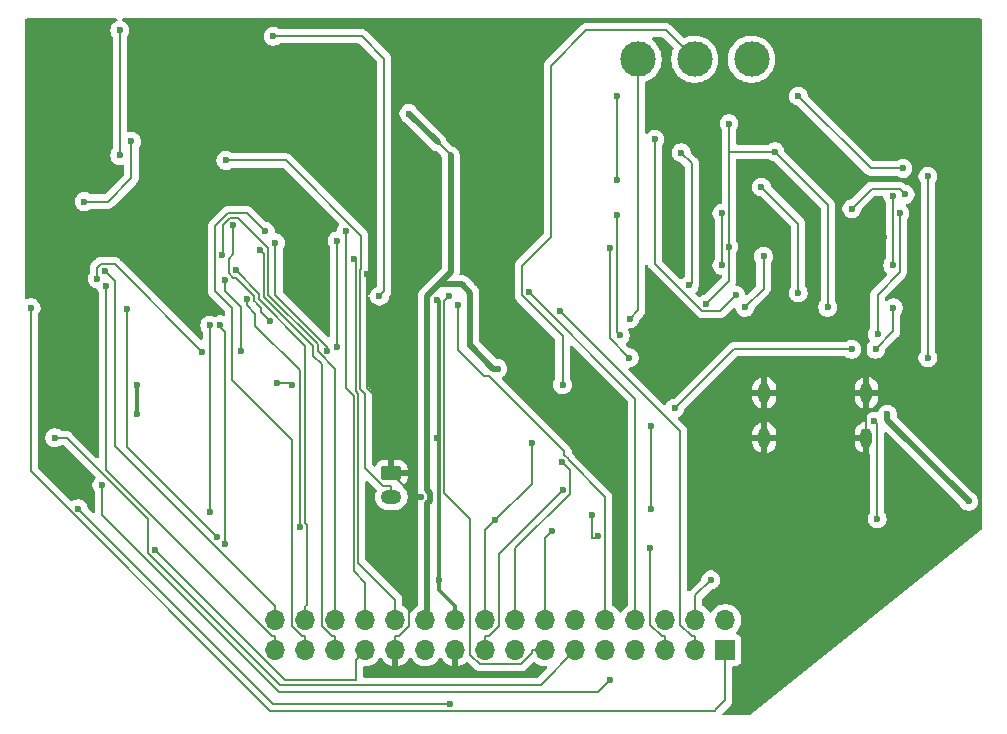
<source format=gbr>
%TF.GenerationSoftware,KiCad,Pcbnew,9.0.0*%
%TF.CreationDate,2025-04-23T19:56:12+02:00*%
%TF.ProjectId,EEE3088F Design project,45454533-3038-4384-9620-44657369676e,rev?*%
%TF.SameCoordinates,Original*%
%TF.FileFunction,Copper,L2,Bot*%
%TF.FilePolarity,Positive*%
%FSLAX46Y46*%
G04 Gerber Fmt 4.6, Leading zero omitted, Abs format (unit mm)*
G04 Created by KiCad (PCBNEW 9.0.0) date 2025-04-23 19:56:12*
%MOMM*%
%LPD*%
G01*
G04 APERTURE LIST*
G04 Aperture macros list*
%AMRoundRect*
0 Rectangle with rounded corners*
0 $1 Rounding radius*
0 $2 $3 $4 $5 $6 $7 $8 $9 X,Y pos of 4 corners*
0 Add a 4 corners polygon primitive as box body*
4,1,4,$2,$3,$4,$5,$6,$7,$8,$9,$2,$3,0*
0 Add four circle primitives for the rounded corners*
1,1,$1+$1,$2,$3*
1,1,$1+$1,$4,$5*
1,1,$1+$1,$6,$7*
1,1,$1+$1,$8,$9*
0 Add four rect primitives between the rounded corners*
20,1,$1+$1,$2,$3,$4,$5,0*
20,1,$1+$1,$4,$5,$6,$7,0*
20,1,$1+$1,$6,$7,$8,$9,0*
20,1,$1+$1,$8,$9,$2,$3,0*%
G04 Aperture macros list end*
%TA.AperFunction,ComponentPad*%
%ADD10C,3.000000*%
%TD*%
%TA.AperFunction,ComponentPad*%
%ADD11RoundRect,0.250000X-0.625000X0.350000X-0.625000X-0.350000X0.625000X-0.350000X0.625000X0.350000X0*%
%TD*%
%TA.AperFunction,ComponentPad*%
%ADD12O,1.750000X1.200000*%
%TD*%
%TA.AperFunction,HeatsinkPad*%
%ADD13O,1.000000X1.700000*%
%TD*%
%TA.AperFunction,ComponentPad*%
%ADD14R,1.700000X1.700000*%
%TD*%
%TA.AperFunction,ComponentPad*%
%ADD15O,1.700000X1.700000*%
%TD*%
%TA.AperFunction,ViaPad*%
%ADD16C,0.600000*%
%TD*%
%TA.AperFunction,ViaPad*%
%ADD17C,4.200000*%
%TD*%
%TA.AperFunction,Conductor*%
%ADD18C,0.200000*%
%TD*%
%TA.AperFunction,Conductor*%
%ADD19C,0.350000*%
%TD*%
%TA.AperFunction,Conductor*%
%ADD20C,0.500000*%
%TD*%
G04 APERTURE END LIST*
D10*
%TO.P,SW1,1,A*%
%TO.N,Vswitch*%
X161400000Y-65944700D03*
%TO.P,SW1,2,B*%
%TO.N,VCC*%
X166200000Y-65944700D03*
%TO.P,SW1,3,C*%
%TO.N,unconnected-(SW1-C-Pad3)*%
X171000000Y-65944700D03*
%TD*%
D11*
%TO.P,J4,1,Pin_1*%
%TO.N,GND*%
X140500000Y-101000000D03*
D12*
%TO.P,J4,2,Pin_2*%
%TO.N,Battery*%
X140500000Y-103000000D03*
%TD*%
D13*
%TO.P,J2,S1,EH*%
%TO.N,GND*%
X172080000Y-94207300D03*
X172080000Y-98007300D03*
X180720000Y-94207300D03*
X180720000Y-98007300D03*
%TD*%
D14*
%TO.P,J1,1,Pin_1*%
%TO.N,MOTOR2_B_OUT*%
X168785000Y-115975000D03*
D15*
%TO.P,J1,2,Pin_2*%
%TO.N,MOTOR2_A_OUT*%
X168785000Y-113435000D03*
%TO.P,J1,3,Pin_3*%
%TO.N,MOTOR4_A_OUT*%
X166245000Y-115975000D03*
%TO.P,J1,4,Pin_4*%
%TO.N,MOTOR2_CTRL1*%
X166245000Y-113435000D03*
%TO.P,J1,5,Pin_5*%
%TO.N,MOTOR4_B_OUT*%
X163705000Y-115975000D03*
%TO.P,J1,6,Pin_6*%
%TO.N,MOTOR2_CTRL2*%
X163705000Y-113435000D03*
%TO.P,J1,7,Pin_7*%
%TO.N,CTRL_EXT_LOAD2*%
X161165000Y-115975000D03*
%TO.P,J1,8,Pin_8*%
%TO.N,MOTOR4_CTRL1*%
X161165000Y-113435000D03*
%TO.P,J1,9,Pin_9*%
%TO.N,USART2_RX*%
X158625000Y-115975000D03*
%TO.P,J1,10,Pin_10*%
%TO.N,MOTOR4_CTRL2*%
X158625000Y-113435000D03*
%TO.P,J1,11,Pin_11*%
%TO.N,EXT_LOAD2_OUT*%
X156085000Y-115975000D03*
%TO.P,J1,12,Pin_12*%
%TO.N,USART2_TX*%
X156085000Y-113435000D03*
%TO.P,J1,13,Pin_13*%
%TO.N,FAST_CHARGE_CTRL*%
X153545000Y-115975000D03*
%TO.P,J1,14,Pin_14*%
%TO.N,Battery*%
X153545000Y-113435000D03*
%TO.P,J1,15,Pin_15*%
%TO.N,RESV*%
X151005000Y-115975000D03*
%TO.P,J1,16,Pin_16*%
%TO.N,I2C1_SCL*%
X151005000Y-113435000D03*
%TO.P,J1,17,Pin_17*%
%TO.N,I2C1_SDA*%
X148465000Y-115975000D03*
%TO.P,J1,18,Pin_18*%
%TO.N,3V3_Out*%
X148465000Y-113435000D03*
%TO.P,J1,19,Pin_19*%
%TO.N,GND*%
X145925000Y-115975000D03*
%TO.P,J1,20,Pin_20*%
%TO.N,5V_Out*%
X145925000Y-113435000D03*
%TO.P,J1,21,Pin_21*%
%TO.N,EXT_LOAD1_OUT*%
X143385000Y-115975000D03*
%TO.P,J1,22,Pin_22*%
%TO.N,HV*%
X143385000Y-113435000D03*
%TO.P,J1,23,Pin_23*%
%TO.N,GND*%
X140845000Y-115975000D03*
%TO.P,J1,24,Pin_24*%
%TO.N,MOTOR3_CTRL1*%
X140845000Y-113435000D03*
%TO.P,J1,25,Pin_25*%
%TO.N,CTRL_EXT_LOAD1*%
X138305000Y-115975000D03*
%TO.P,J1,26,Pin_26*%
%TO.N,MOTOR3_CTRL2*%
X138305000Y-113435000D03*
%TO.P,J1,27,Pin_27*%
%TO.N,MOTOR3_A_OUT*%
X135765000Y-115975000D03*
%TO.P,J1,28,Pin_28*%
%TO.N,MOTOR1_CTRL1*%
X135765000Y-113435000D03*
%TO.P,J1,29,Pin_29*%
%TO.N,MOTOR3_B_OUT*%
X133225000Y-115975000D03*
%TO.P,J1,30,Pin_30*%
%TO.N,MOTOR1_CTRL2*%
X133225000Y-113435000D03*
%TO.P,J1,31,Pin_31*%
%TO.N,MOTOR1_B_OUT*%
X130685000Y-115975000D03*
%TO.P,J1,32,Pin_32*%
%TO.N,MOTOR1_A_OUT*%
X130685000Y-113435000D03*
%TD*%
D16*
%TO.N,VCC*%
X164500000Y-95500000D03*
X179500000Y-90500000D03*
X181500000Y-90500000D03*
X183000000Y-87000000D03*
X155000000Y-93500000D03*
X162500000Y-97000000D03*
X162500000Y-104000000D03*
X158014582Y-106332000D03*
X157500000Y-104500000D03*
%TO.N,Vswitch*%
X184000000Y-77400000D03*
X179500000Y-78604700D03*
%TO.N,5V_Out*%
X132100000Y-93500000D03*
X144400000Y-98000000D03*
X130785000Y-93340300D03*
%TO.N,MOTOR2_B_OUT*%
X110000000Y-87000000D03*
%TO.N,5V_Out*%
X144500000Y-110000000D03*
X119000000Y-93500000D03*
X119000000Y-96000000D03*
%TO.N,EXT_LOAD2_OUT*%
X112000000Y-98000000D03*
%TO.N,CTRL_EXT_LOAD1*%
X120500000Y-107500000D03*
%TO.N,CTRL_EXT_LOAD2*%
X159000000Y-118500000D03*
X116000000Y-102000000D03*
%TO.N,GND*%
X115568687Y-73431302D03*
X143000000Y-103000000D03*
X137500000Y-70000000D03*
X137500000Y-65500000D03*
X116500000Y-76500000D03*
X138475000Y-84166484D03*
D17*
X150000000Y-88510000D03*
X150000000Y-68510000D03*
D16*
X182239400Y-81029300D03*
D17*
X150000000Y-78510000D03*
D16*
%TO.N,Net-(U2-AISEN)*%
X135097000Y-90657700D03*
X130692000Y-81486700D03*
%TO.N,Net-(U1-VINT)*%
X126404000Y-84616300D03*
X127742000Y-90686100D03*
%TO.N,5V_Out*%
X172977800Y-73781600D03*
X167104000Y-86675000D03*
X169093000Y-71404200D03*
X177446300Y-86944700D03*
X169093000Y-81817300D03*
X144382000Y-86297600D03*
%TO.N,HV*%
X182500000Y-96000000D03*
X189387000Y-103381000D03*
X149500000Y-92141100D03*
X141990000Y-70549700D03*
%TO.N,Net-(D1-K)*%
X165051000Y-73868700D03*
X165723000Y-85090500D03*
%TO.N,3V3_Out*%
X135918000Y-81325100D03*
X149301000Y-104981000D03*
X152408000Y-98408900D03*
X174952000Y-85741300D03*
X135918000Y-90291400D03*
X171838000Y-76769200D03*
%TO.N,Vcharge*%
X117500000Y-74100000D03*
X117500000Y-63500000D03*
%TO.N,Battery*%
X126492000Y-74521000D03*
X154146000Y-105880000D03*
%TO.N,MOTOR1_CTRL1*%
X126193000Y-82510300D03*
%TO.N,MOTOR2_A_OUT*%
X118095000Y-87125000D03*
X125703000Y-106388000D03*
%TO.N,MOTOR2_CTRL1*%
X167558000Y-110033000D03*
X125118000Y-88479300D03*
X125118000Y-104253000D03*
%TO.N,MOTOR1_B_OUT*%
X116343000Y-85175000D03*
%TO.N,MOTOR3_CTRL2*%
X136682000Y-80515800D03*
%TO.N,MOTOR4_A_OUT*%
X154819000Y-87294700D03*
%TO.N,I2C1_SCL*%
X154912000Y-100067000D03*
%TO.N,I2C1_SDA*%
X154997000Y-102463000D03*
%TO.N,MOTOR3_CTRL1*%
X137311000Y-82850000D03*
%TO.N,MOTOR4_B_OUT*%
X132756000Y-105594000D03*
X128287037Y-86212952D03*
X162435000Y-107335000D03*
%TO.N,MOTOR3_B_OUT*%
X129819000Y-80508100D03*
%TO.N,MOTOR4_CTRL1*%
X152139000Y-85674700D03*
%TO.N,MOTOR3_A_OUT*%
X129402000Y-82127800D03*
%TO.N,MOTOR1_A_OUT*%
X116240000Y-83875000D03*
%TO.N,/USB C/CC2*%
X181410000Y-96590000D03*
X181648000Y-104856000D03*
%TO.N,Net-(Q1-G)*%
X139500000Y-86000000D03*
X130500000Y-64000000D03*
%TO.N,Net-(U1-AISEN)*%
X124512000Y-90715600D03*
X115590000Y-84525000D03*
%TO.N,Vswitch*%
X160699000Y-87922100D03*
X172019700Y-82632800D03*
X170451800Y-86944700D03*
%TO.N,Net-(U9-SW_4)*%
X183552200Y-79000000D03*
X181670000Y-89231600D03*
X159609300Y-79132300D03*
X159884500Y-89327400D03*
%TO.N,Net-(U9-SS)*%
X168493000Y-83400000D03*
X168493000Y-79000000D03*
%TO.N,Net-(U9-FSW)*%
X160650600Y-91228700D03*
X185935700Y-91228700D03*
X185935700Y-75862300D03*
X158991900Y-81944700D03*
%TO.N,Net-(U9-COMP)*%
X183824500Y-75195500D03*
X174955500Y-69066000D03*
X159594100Y-76174700D03*
X159594100Y-69066000D03*
%TO.N,Net-(U9-ILIM)*%
X182943100Y-83399500D03*
X182968700Y-77530000D03*
%TO.N,Vprog*%
X114500000Y-78000000D03*
X118500000Y-72900000D03*
%TO.N,/3V3 and 5V output/FB*%
X162814500Y-72745200D03*
X169658600Y-85942100D03*
%TO.N,FAST_CHARGE_CTRL*%
X145408000Y-85978500D03*
%TO.N,MOTOR2_CTRL2*%
X126422000Y-106990000D03*
X126002806Y-88441611D03*
%TO.N,MOTOR4_CTRL2*%
X146150000Y-86788900D03*
%TO.N,MOTOR1_CTRL2*%
X127322000Y-83832200D03*
%TO.N,Net-(U2-~{NFAULT})*%
X130242000Y-88118700D03*
X127121000Y-80004700D03*
%TO.N,EXT_LOAD1_OUT*%
X114000000Y-104000000D03*
X145500000Y-120500000D03*
%TD*%
D18*
%TO.N,VCC*%
X179500000Y-90500000D02*
X169500000Y-90500000D01*
X183000000Y-87000000D02*
X183000000Y-89000000D01*
X169500000Y-90500000D02*
X164500000Y-95500000D01*
X183000000Y-89000000D02*
X181500000Y-90500000D01*
X157000000Y-63500000D02*
X163755300Y-63500000D01*
X154000000Y-66500000D02*
X157000000Y-63500000D01*
X163755300Y-63500000D02*
X166200000Y-65944700D01*
X154000000Y-81000000D02*
X154000000Y-66500000D01*
X151538000Y-83462000D02*
X154000000Y-81000000D01*
X151538000Y-85923643D02*
X151538000Y-83462000D01*
X155000000Y-89385643D02*
X151538000Y-85923643D01*
X155000000Y-93500000D02*
X155000000Y-89385643D01*
X162500000Y-104000000D02*
X162500000Y-97000000D01*
X157846582Y-106500000D02*
X158014582Y-106332000D01*
X157500000Y-106500000D02*
X157846582Y-106500000D01*
X157500000Y-104500000D02*
X157500000Y-106500000D01*
%TO.N,Vswitch*%
X179500000Y-78604700D02*
X181175700Y-76929000D01*
X183529000Y-76929000D02*
X184000000Y-77400000D01*
X181175700Y-76929000D02*
X183529000Y-76929000D01*
%TO.N,5V_Out*%
X131940300Y-93340300D02*
X132100000Y-93500000D01*
X130785000Y-93340300D02*
X131940300Y-93340300D01*
%TO.N,MOTOR2_B_OUT*%
X110000000Y-100849943D02*
X110000000Y-87000000D01*
X130251057Y-121101000D02*
X110000000Y-100849943D01*
X167899000Y-121101000D02*
X130251057Y-121101000D01*
X168785000Y-120215000D02*
X168000000Y-121000000D01*
X168000000Y-121000000D02*
X167899000Y-121101000D01*
X168785000Y-115975000D02*
X168785000Y-120215000D01*
D19*
%TO.N,5V_Out*%
X144500000Y-110000000D02*
X144500000Y-86415600D01*
X119000000Y-96000000D02*
X119000000Y-93500000D01*
D18*
%TO.N,EXT_LOAD2_OUT*%
X153159000Y-118901000D02*
X156085000Y-115975000D01*
X119899000Y-104893092D02*
X119899000Y-107748943D01*
X131051057Y-118901000D02*
X153159000Y-118901000D01*
X113005908Y-98000000D02*
X119899000Y-104893092D01*
X119899000Y-107748943D02*
X131051057Y-118901000D01*
X112000000Y-98000000D02*
X113005908Y-98000000D01*
%TO.N,CTRL_EXT_LOAD1*%
X137500000Y-118500000D02*
X137500000Y-116780000D01*
X131500000Y-118500000D02*
X137500000Y-118500000D01*
X137500000Y-116780000D02*
X138305000Y-115975000D01*
X120500000Y-107500000D02*
X131500000Y-118500000D01*
%TO.N,CTRL_EXT_LOAD2*%
X158000000Y-119500000D02*
X159000000Y-118500000D01*
X133000000Y-119500000D02*
X158000000Y-119500000D01*
X116000000Y-104500000D02*
X131000000Y-119500000D01*
X131000000Y-119500000D02*
X133000000Y-119500000D01*
X116000000Y-102000000D02*
X116000000Y-104500000D01*
%TO.N,GND*%
X138481000Y-93792500D02*
X140500000Y-95811200D01*
X116500000Y-74362615D02*
X115568687Y-73431302D01*
X180720000Y-94207300D02*
X180720000Y-93055600D01*
X142036000Y-102536000D02*
X142036000Y-113901000D01*
X140500000Y-101000000D02*
X142036000Y-102536000D01*
X180720000Y-94207300D02*
X180720000Y-98007300D01*
X172080000Y-94207300D02*
X172080000Y-98007300D01*
X140500000Y-95811200D02*
X140500000Y-101000000D01*
X150000000Y-88510000D02*
X150000000Y-78510000D01*
X141114000Y-114823000D02*
X140845000Y-114823000D01*
X140845000Y-114823000D02*
X140845000Y-115975000D01*
X143000000Y-103000000D02*
X142036000Y-103000000D01*
X137500000Y-65500000D02*
X137500000Y-70000000D01*
X138481000Y-84172484D02*
X138481000Y-93792500D01*
X116500000Y-76500000D02*
X116500000Y-74362615D01*
X180720000Y-82548700D02*
X180720000Y-93055600D01*
X172080000Y-98007300D02*
X172080000Y-98480000D01*
X150000000Y-78510000D02*
X150000000Y-68510000D01*
X138475000Y-84166484D02*
X138481000Y-84172484D01*
X142036000Y-113901000D02*
X141114000Y-114823000D01*
X182239400Y-81029300D02*
X180720000Y-82548700D01*
%TO.N,Net-(U2-AISEN)*%
X130692000Y-81486700D02*
X130692000Y-85897700D01*
X135097000Y-90303200D02*
X135097000Y-90657700D01*
X130692000Y-85897700D02*
X135097000Y-90303200D01*
%TO.N,Net-(U1-VINT)*%
X127742000Y-86885800D02*
X127742000Y-90686100D01*
X126404000Y-85547700D02*
X127742000Y-86885800D01*
X126404000Y-84616300D02*
X126404000Y-85547700D01*
%TO.N,5V_Out*%
X172977800Y-73781600D02*
X177446300Y-78250100D01*
X169198100Y-73781600D02*
X172977800Y-73781600D01*
X177446300Y-78250100D02*
X177446300Y-86944700D01*
X169093000Y-84685900D02*
X169093000Y-81817300D01*
D19*
X144500000Y-86415600D02*
X144382000Y-86297600D01*
D18*
X167104000Y-86675000D02*
X169093000Y-84685900D01*
X169093000Y-73886700D02*
X169198100Y-73781600D01*
X169093000Y-73886700D02*
X169093000Y-81817300D01*
D19*
X145925000Y-113435000D02*
X145925000Y-112283000D01*
X145925000Y-112283000D02*
X144500000Y-110858000D01*
X144500000Y-110858000D02*
X144500000Y-110000000D01*
D18*
X169093000Y-71404200D02*
X169093000Y-73886700D01*
D20*
%TO.N,HV*%
X147200000Y-90229000D02*
X147200000Y-85700000D01*
X143500000Y-86000000D02*
X143500000Y-102437925D01*
X143500000Y-113320000D02*
X143385000Y-113435000D01*
X143751000Y-102688925D02*
X143751000Y-103311075D01*
X189387000Y-103381000D02*
X182500000Y-96493200D01*
X147200000Y-85700000D02*
X146500000Y-85000000D01*
X143500000Y-103562075D02*
X143500000Y-113320000D01*
D18*
X144424000Y-72983400D02*
X145527000Y-74086400D01*
D20*
X145527000Y-83973000D02*
X143500000Y-86000000D01*
X147229000Y-90229000D02*
X147200000Y-90229000D01*
X149141100Y-92141100D02*
X147229000Y-90229000D01*
X146500000Y-85000000D02*
X144500000Y-85000000D01*
X145527000Y-74086400D02*
X145527000Y-83973000D01*
X143751000Y-103311075D02*
X143500000Y-103562075D01*
X149500000Y-92141100D02*
X149141100Y-92141100D01*
X141990000Y-70549700D02*
X144424000Y-72983400D01*
X182500000Y-96493200D02*
X182500000Y-96000000D01*
X143500000Y-102437925D02*
X143751000Y-102688925D01*
D18*
%TO.N,Net-(D1-K)*%
X165723000Y-85090500D02*
X165955000Y-84858500D01*
X165955000Y-74772700D02*
X165051000Y-73868700D01*
X165955000Y-84858500D02*
X165955000Y-74772700D01*
%TO.N,3V3_Out*%
X148465000Y-113435000D02*
X148465000Y-105817000D01*
X152408000Y-101874000D02*
X152408000Y-98408900D01*
X148465000Y-105817000D02*
X149301000Y-104981000D01*
X149301000Y-104981000D02*
X152408000Y-101874000D01*
X171838000Y-76769200D02*
X174952000Y-79883200D01*
X174952000Y-79883200D02*
X174952000Y-85741300D01*
X135918000Y-81325100D02*
X135918000Y-90291400D01*
%TO.N,Vcharge*%
X117500000Y-74100000D02*
X117500000Y-63500000D01*
%TO.N,Battery*%
X139824000Y-102098000D02*
X140500000Y-102098000D01*
X138277000Y-100551000D02*
X139824000Y-102098000D01*
X137964000Y-80877400D02*
X137964000Y-83690700D01*
X126492000Y-74521000D02*
X131608000Y-74521000D01*
X138277000Y-94256200D02*
X138277000Y-100551000D01*
X137875000Y-83780000D02*
X137875000Y-93854500D01*
X153545000Y-106481000D02*
X154146000Y-105880000D01*
X140500000Y-102098000D02*
X140500000Y-103000000D01*
X153545000Y-113435000D02*
X153545000Y-106481000D01*
X137964000Y-83690700D02*
X137875000Y-83780000D01*
X131608000Y-74521000D02*
X137964000Y-80877400D01*
X137875000Y-93854500D02*
X138277000Y-94256200D01*
%TO.N,MOTOR1_CTRL1*%
X130095000Y-81968800D02*
X127512000Y-79386600D01*
X134259000Y-90091900D02*
X130095000Y-85927300D01*
X126824000Y-79386600D02*
X126262000Y-79949000D01*
X126262000Y-79949000D02*
X126262000Y-82441600D01*
X127512000Y-79386600D02*
X126824000Y-79386600D01*
X135765000Y-92176800D02*
X134259000Y-90671100D01*
X135765000Y-113435000D02*
X135765000Y-92176800D01*
X126262000Y-82441600D02*
X126193000Y-82510300D01*
X130095000Y-85927300D02*
X130095000Y-81968800D01*
X134259000Y-90671100D02*
X134259000Y-90091900D01*
%TO.N,MOTOR2_A_OUT*%
X118095000Y-98780000D02*
X118095000Y-87125000D01*
X125703000Y-106388000D02*
X118095000Y-98780000D01*
%TO.N,MOTOR2_CTRL1*%
X166245000Y-111346000D02*
X167558000Y-110033000D01*
X166245000Y-113435000D02*
X166245000Y-111346000D01*
X125118000Y-88479300D02*
X125118000Y-104253000D01*
%TO.N,MOTOR1_B_OUT*%
X130685000Y-114823000D02*
X130397000Y-114823000D01*
X116343000Y-100770000D02*
X116343000Y-85175000D01*
X130685000Y-115975000D02*
X130685000Y-114823000D01*
X130397000Y-114823000D02*
X116343000Y-100770000D01*
%TO.N,MOTOR3_CTRL2*%
X136682000Y-93797800D02*
X137309000Y-94424400D01*
X137309000Y-109313000D02*
X138305000Y-110309000D01*
X137309000Y-94424400D02*
X137309000Y-109313000D01*
X136682000Y-80515800D02*
X136682000Y-93797800D01*
X138305000Y-110309000D02*
X138305000Y-113435000D01*
%TO.N,MOTOR4_A_OUT*%
X164975000Y-97450700D02*
X154819000Y-87294700D01*
X165957000Y-114823000D02*
X164975000Y-113841000D01*
X164975000Y-113841000D02*
X164975000Y-97450700D01*
X166245000Y-115975000D02*
X166245000Y-114823000D01*
X166245000Y-114823000D02*
X165957000Y-114823000D01*
%TO.N,I2C1_SCL*%
X151005000Y-107363000D02*
X155600000Y-102768000D01*
X155600000Y-100755000D02*
X154912000Y-100067000D01*
X155600000Y-102768000D02*
X155600000Y-100755000D01*
X151005000Y-113435000D02*
X151005000Y-107363000D01*
%TO.N,I2C1_SDA*%
X148465000Y-115975000D02*
X148465000Y-114823000D01*
X148753000Y-114823000D02*
X149617000Y-113960000D01*
X148465000Y-114823000D02*
X148753000Y-114823000D01*
X149617000Y-107843000D02*
X154997000Y-102463000D01*
X149617000Y-113960000D02*
X149617000Y-107843000D01*
%TO.N,MOTOR3_CTRL1*%
X137473000Y-83012800D02*
X137473000Y-94020800D01*
X137311000Y-82850000D02*
X137473000Y-83012800D01*
X137711000Y-108581000D02*
X140845000Y-111715000D01*
X137473000Y-94020800D02*
X137711000Y-94258100D01*
X137711000Y-94258100D02*
X137711000Y-108581000D01*
X140845000Y-111715000D02*
X140845000Y-113435000D01*
%TO.N,MOTOR4_B_OUT*%
X162435000Y-113822000D02*
X162435000Y-107335000D01*
X163705000Y-115975000D02*
X163705000Y-114823000D01*
X129000000Y-88525500D02*
X132756000Y-92281500D01*
X163436000Y-114823000D02*
X162435000Y-113822000D01*
X128287037Y-86787037D02*
X128287037Y-86212952D01*
X129000000Y-87500000D02*
X128287037Y-86787037D01*
X163705000Y-114823000D02*
X163436000Y-114823000D01*
X129000000Y-87500000D02*
X129000000Y-88525500D01*
X132756000Y-92281500D02*
X132756000Y-105594000D01*
%TO.N,MOTOR3_B_OUT*%
X132937000Y-114823000D02*
X132073000Y-113960000D01*
X125592000Y-85608400D02*
X125592000Y-80051400D01*
X128296000Y-78984900D02*
X129819000Y-80508100D01*
X133225000Y-114823000D02*
X132937000Y-114823000D01*
X127022000Y-87038900D02*
X125592000Y-85608400D01*
X133225000Y-115975000D02*
X133225000Y-114823000D01*
X125592000Y-80051400D02*
X126658000Y-78984900D01*
X132073000Y-98153900D02*
X127022000Y-93102600D01*
X126658000Y-78984900D02*
X128296000Y-78984900D01*
X132073000Y-113960000D02*
X132073000Y-98153900D01*
X127022000Y-93102600D02*
X127022000Y-87038900D01*
%TO.N,MOTOR4_CTRL1*%
X161165000Y-113435000D02*
X161165000Y-94701000D01*
X161165000Y-94701000D02*
X152139000Y-85674700D01*
%TO.N,MOTOR3_A_OUT*%
X134613000Y-113960000D02*
X134613000Y-91793000D01*
X133858000Y-91037300D02*
X133858000Y-90258200D01*
X134613000Y-91793000D02*
X133858000Y-91037300D01*
X133858000Y-90258200D02*
X129693000Y-86093600D01*
X129693000Y-82418500D02*
X129402000Y-82127800D01*
X135765000Y-115975000D02*
X135765000Y-114823000D01*
X135765000Y-114823000D02*
X135477000Y-114823000D01*
X129693000Y-86093600D02*
X129693000Y-82418500D01*
X135477000Y-114823000D02*
X134613000Y-113960000D01*
%TO.N,MOTOR1_A_OUT*%
X130685000Y-113435000D02*
X130685000Y-112283000D01*
X117073000Y-98671300D02*
X117073000Y-84708500D01*
X117073000Y-84708500D02*
X116240000Y-83875000D01*
X130685000Y-112283000D02*
X117073000Y-98671300D01*
%TO.N,/USB C/CC2*%
X181648000Y-96828000D02*
X181648000Y-104856000D01*
X181410000Y-96590000D02*
X181648000Y-96828000D01*
%TO.N,Net-(Q1-G)*%
X139500000Y-86000000D02*
X139901000Y-85599000D01*
X138000000Y-64000000D02*
X130500000Y-64000000D01*
X139901000Y-85599000D02*
X139901000Y-65901000D01*
X139901000Y-65901000D02*
X138000000Y-64000000D01*
%TO.N,Net-(U1-AISEN)*%
X115900000Y-83273300D02*
X117070000Y-83273300D01*
X115590000Y-83583700D02*
X115900000Y-83273300D01*
X115590000Y-84525000D02*
X115590000Y-83583700D01*
X117070000Y-83273300D02*
X124512000Y-90715600D01*
%TO.N,Vswitch*%
X172019700Y-85376800D02*
X170451800Y-86944700D01*
X161400000Y-65944700D02*
X161400000Y-87221400D01*
X161400000Y-87221400D02*
X160699000Y-87922100D01*
X172019700Y-82632800D02*
X172019700Y-85376800D01*
%TO.N,Net-(U9-SW_4)*%
X159609300Y-89052200D02*
X159884500Y-89327400D01*
X183552200Y-83989600D02*
X181670000Y-85871800D01*
X183552200Y-79000000D02*
X183552200Y-83989600D01*
X181670000Y-85871800D02*
X181670000Y-89231600D01*
X159609300Y-79132300D02*
X159609300Y-89052200D01*
%TO.N,Net-(U9-SS)*%
X168493000Y-83400000D02*
X168493000Y-79000000D01*
%TO.N,Net-(U9-FSW)*%
X158991900Y-89570000D02*
X158991900Y-81944700D01*
X160650600Y-91228700D02*
X158991900Y-89570000D01*
X185935700Y-91228700D02*
X185935700Y-75862300D01*
%TO.N,Net-(U9-COMP)*%
X174955500Y-69066000D02*
X181085000Y-75195500D01*
X159594100Y-76174700D02*
X159594100Y-69066000D01*
X181085000Y-75195500D02*
X183824500Y-75195500D01*
%TO.N,Net-(U9-ILIM)*%
X182968700Y-77530000D02*
X182943100Y-77555600D01*
X182943100Y-77555600D02*
X182943100Y-83399500D01*
%TO.N,Vprog*%
X114500000Y-78000000D02*
X116500000Y-78000000D01*
X116500000Y-78000000D02*
X118500000Y-76000000D01*
X118500000Y-76000000D02*
X118500000Y-72900000D01*
%TO.N,/3V3 and 5V output/FB*%
X168324000Y-87276700D02*
X166838200Y-87276700D01*
X166838200Y-87276700D02*
X162814500Y-83253000D01*
X162814500Y-83253000D02*
X162814500Y-72745200D01*
X169658600Y-85942100D02*
X168324000Y-87276700D01*
%TO.N,FAST_CHARGE_CTRL*%
X152393000Y-116263000D02*
X151506000Y-117150000D01*
X147195000Y-116365000D02*
X147195000Y-104898000D01*
X147980000Y-117150000D02*
X147195000Y-116365000D01*
X152393000Y-115975000D02*
X152393000Y-116263000D01*
X151506000Y-117150000D02*
X147980000Y-117150000D01*
X145000000Y-102703000D02*
X145000000Y-86386500D01*
X153545000Y-115975000D02*
X152393000Y-115975000D01*
X147195000Y-104898000D02*
X145000000Y-102703000D01*
X145000000Y-86386500D02*
X145408000Y-85978500D01*
%TO.N,MOTOR2_CTRL2*%
X126002806Y-88608564D02*
X126422000Y-89027758D01*
X126422000Y-89027758D02*
X126422000Y-106990000D01*
X126002806Y-88441611D02*
X126002806Y-88608564D01*
%TO.N,MOTOR4_CTRL2*%
X146150000Y-90558600D02*
X146150000Y-86788900D01*
X155513000Y-99818057D02*
X155160943Y-99466000D01*
X158625000Y-103033800D02*
X155513000Y-99921800D01*
X148742800Y-92742800D02*
X148334000Y-92742800D01*
X155513000Y-99921800D02*
X155513000Y-99818057D01*
X155160943Y-99160943D02*
X148742800Y-92742800D01*
X148334000Y-92742800D02*
X146150000Y-90558600D01*
X155160943Y-99466000D02*
X155160943Y-99160943D01*
X158625000Y-113435000D02*
X158625000Y-103033800D01*
%TO.N,MOTOR1_CTRL2*%
X133225000Y-90193600D02*
X129291000Y-86259900D01*
X133225000Y-105212000D02*
X133225000Y-90193600D01*
X133357000Y-112151000D02*
X133357000Y-105345000D01*
X133225000Y-113435000D02*
X133225000Y-112283000D01*
X129291000Y-85801300D02*
X127322000Y-83832200D01*
X133225000Y-112283000D02*
X133357000Y-112151000D01*
X133357000Y-105345000D02*
X133225000Y-105212000D01*
X129291000Y-86259900D02*
X129291000Y-85801300D01*
%TO.N,Net-(U2-~{NFAULT})*%
X128890000Y-86093809D02*
X128890000Y-85967394D01*
X130242000Y-88118700D02*
X129500000Y-87376700D01*
X129124909Y-86660900D02*
X129124900Y-86660900D01*
X128890000Y-86426000D02*
X128890000Y-86272692D01*
X126720000Y-83720000D02*
X126720000Y-82834800D01*
X128890000Y-86272692D02*
X128889997Y-86203819D01*
X129124900Y-86660900D02*
X129007994Y-86543994D01*
X127121000Y-82433100D02*
X127121000Y-80004700D01*
X129500000Y-87035962D02*
X129124909Y-86660900D01*
X128890006Y-86426015D02*
X128890006Y-86426006D01*
X126721000Y-83721000D02*
X126720000Y-83720000D01*
X127073057Y-84433200D02*
X126721000Y-84081143D01*
X128890000Y-85967394D02*
X127355884Y-84433200D01*
X127355884Y-84433200D02*
X127073057Y-84433200D01*
X126721000Y-84081143D02*
X126721000Y-83721000D01*
X129007994Y-86543994D02*
X128890006Y-86426015D01*
X128889997Y-86203819D02*
X128889993Y-86093816D01*
X128890006Y-86426006D02*
X128890000Y-86426000D01*
X129500000Y-87376700D02*
X129500000Y-87035962D01*
X128889993Y-86093816D02*
X128890000Y-86093809D01*
X126720000Y-82834800D02*
X127121000Y-82433100D01*
%TO.N,EXT_LOAD1_OUT*%
X114000000Y-104000000D02*
X130500000Y-120500000D01*
X130500000Y-120500000D02*
X145500000Y-120500000D01*
%TD*%
%TA.AperFunction,Conductor*%
%TO.N,GND*%
G36*
X117264849Y-62520185D02*
G01*
X117310604Y-62572989D01*
X117320548Y-62642147D01*
X117291523Y-62705703D01*
X117245262Y-62739061D01*
X117120827Y-62790602D01*
X117120814Y-62790609D01*
X116989711Y-62878210D01*
X116989707Y-62878213D01*
X116878213Y-62989707D01*
X116878210Y-62989711D01*
X116790609Y-63120814D01*
X116790602Y-63120827D01*
X116730264Y-63266498D01*
X116730261Y-63266510D01*
X116699500Y-63421153D01*
X116699500Y-63578846D01*
X116730261Y-63733489D01*
X116730264Y-63733501D01*
X116790602Y-63879172D01*
X116790609Y-63879185D01*
X116878602Y-64010874D01*
X116899480Y-64077551D01*
X116899500Y-64079765D01*
X116899500Y-73520234D01*
X116879815Y-73587273D01*
X116878602Y-73589125D01*
X116790609Y-73720814D01*
X116790602Y-73720827D01*
X116730264Y-73866498D01*
X116730261Y-73866510D01*
X116699500Y-74021153D01*
X116699500Y-74178846D01*
X116730261Y-74333489D01*
X116730264Y-74333501D01*
X116790602Y-74479172D01*
X116790609Y-74479185D01*
X116878210Y-74610288D01*
X116878213Y-74610292D01*
X116989707Y-74721786D01*
X116989711Y-74721789D01*
X117120814Y-74809390D01*
X117120827Y-74809397D01*
X117266498Y-74869735D01*
X117266503Y-74869737D01*
X117396982Y-74895691D01*
X117421153Y-74900499D01*
X117421156Y-74900500D01*
X117421158Y-74900500D01*
X117578844Y-74900500D01*
X117578845Y-74900499D01*
X117733497Y-74869737D01*
X117733509Y-74869731D01*
X117739324Y-74867969D01*
X117740158Y-74870720D01*
X117797359Y-74864497D01*
X117859878Y-74895691D01*
X117895608Y-74955734D01*
X117899500Y-74986555D01*
X117899500Y-75699903D01*
X117879815Y-75766942D01*
X117863181Y-75787584D01*
X116287584Y-77363181D01*
X116226261Y-77396666D01*
X116199903Y-77399500D01*
X115079766Y-77399500D01*
X115012727Y-77379815D01*
X115010875Y-77378602D01*
X114879185Y-77290609D01*
X114879172Y-77290602D01*
X114733501Y-77230264D01*
X114733489Y-77230261D01*
X114578845Y-77199500D01*
X114578842Y-77199500D01*
X114421158Y-77199500D01*
X114421155Y-77199500D01*
X114266510Y-77230261D01*
X114266498Y-77230264D01*
X114120827Y-77290602D01*
X114120814Y-77290609D01*
X113989711Y-77378210D01*
X113989707Y-77378213D01*
X113878213Y-77489707D01*
X113878210Y-77489711D01*
X113790609Y-77620814D01*
X113790602Y-77620827D01*
X113730264Y-77766498D01*
X113730261Y-77766510D01*
X113699500Y-77921153D01*
X113699500Y-78078846D01*
X113730261Y-78233489D01*
X113730264Y-78233501D01*
X113790602Y-78379172D01*
X113790609Y-78379185D01*
X113878210Y-78510288D01*
X113878213Y-78510292D01*
X113989707Y-78621786D01*
X113989711Y-78621789D01*
X114120814Y-78709390D01*
X114120827Y-78709397D01*
X114258683Y-78766498D01*
X114266503Y-78769737D01*
X114421153Y-78800499D01*
X114421156Y-78800500D01*
X114421158Y-78800500D01*
X114578844Y-78800500D01*
X114578845Y-78800499D01*
X114733497Y-78769737D01*
X114879179Y-78709394D01*
X114918905Y-78682850D01*
X115010875Y-78621398D01*
X115077553Y-78600520D01*
X115079766Y-78600500D01*
X116413331Y-78600500D01*
X116413347Y-78600501D01*
X116420943Y-78600501D01*
X116579054Y-78600501D01*
X116579057Y-78600501D01*
X116731785Y-78559577D01*
X116781904Y-78530639D01*
X116868716Y-78480520D01*
X116980520Y-78368716D01*
X116980520Y-78368714D01*
X116990728Y-78358507D01*
X116990730Y-78358504D01*
X118858506Y-76490728D01*
X118858511Y-76490724D01*
X118868714Y-76480520D01*
X118868716Y-76480520D01*
X118980520Y-76368716D01*
X119041021Y-76263924D01*
X119059577Y-76231785D01*
X119100500Y-76079057D01*
X119100500Y-75920943D01*
X119100500Y-73479765D01*
X119120185Y-73412726D01*
X119121398Y-73410874D01*
X119152223Y-73364742D01*
X119209394Y-73279179D01*
X119269737Y-73133497D01*
X119300500Y-72978842D01*
X119300500Y-72821158D01*
X119300500Y-72821155D01*
X119300499Y-72821153D01*
X119269737Y-72666503D01*
X119253730Y-72627858D01*
X119209397Y-72520827D01*
X119209390Y-72520814D01*
X119121789Y-72389711D01*
X119121786Y-72389707D01*
X119010292Y-72278213D01*
X119010288Y-72278210D01*
X118879185Y-72190609D01*
X118879172Y-72190602D01*
X118733501Y-72130264D01*
X118733489Y-72130261D01*
X118578845Y-72099500D01*
X118578842Y-72099500D01*
X118421158Y-72099500D01*
X118421155Y-72099500D01*
X118266510Y-72130261D01*
X118260676Y-72132031D01*
X118259873Y-72129385D01*
X118202056Y-72135396D01*
X118139687Y-72103902D01*
X118104245Y-72043689D01*
X118100500Y-72013444D01*
X118100500Y-64079765D01*
X118120185Y-64012726D01*
X118121398Y-64010874D01*
X118143077Y-63978430D01*
X118209394Y-63879179D01*
X118269737Y-63733497D01*
X118300500Y-63578842D01*
X118300500Y-63421158D01*
X118300500Y-63421155D01*
X118300499Y-63421153D01*
X118274531Y-63290606D01*
X118269737Y-63266503D01*
X118269735Y-63266498D01*
X118209397Y-63120827D01*
X118209390Y-63120814D01*
X118121789Y-62989711D01*
X118121786Y-62989707D01*
X118010292Y-62878213D01*
X118010288Y-62878210D01*
X117879185Y-62790609D01*
X117879172Y-62790602D01*
X117754738Y-62739061D01*
X117700334Y-62695221D01*
X117678269Y-62628926D01*
X117695548Y-62561227D01*
X117746685Y-62513616D01*
X117802190Y-62500500D01*
X190375500Y-62500500D01*
X190442539Y-62520185D01*
X190488294Y-62572989D01*
X190499500Y-62624500D01*
X190499500Y-105699849D01*
X190479815Y-105766888D01*
X190452962Y-105796677D01*
X170858399Y-121472328D01*
X170793753Y-121498836D01*
X170780937Y-121499500D01*
X168649096Y-121499500D01*
X168582057Y-121479815D01*
X168536302Y-121427011D01*
X168526358Y-121357853D01*
X168555383Y-121294297D01*
X168561415Y-121287819D01*
X169265520Y-120583716D01*
X169344577Y-120446784D01*
X169385501Y-120294057D01*
X169385501Y-120135942D01*
X169385501Y-120128347D01*
X169385500Y-120128329D01*
X169385500Y-117449499D01*
X169405185Y-117382460D01*
X169457989Y-117336705D01*
X169509500Y-117325499D01*
X169682871Y-117325499D01*
X169682872Y-117325499D01*
X169742483Y-117319091D01*
X169877331Y-117268796D01*
X169992546Y-117182546D01*
X170078796Y-117067331D01*
X170129091Y-116932483D01*
X170135500Y-116872873D01*
X170135499Y-115077128D01*
X170129091Y-115017517D01*
X170127810Y-115014083D01*
X170078797Y-114882671D01*
X170078793Y-114882664D01*
X169992547Y-114767455D01*
X169992544Y-114767452D01*
X169877335Y-114681206D01*
X169877328Y-114681202D01*
X169745917Y-114632189D01*
X169689983Y-114590318D01*
X169665566Y-114524853D01*
X169680418Y-114456580D01*
X169701563Y-114428332D01*
X169815104Y-114314792D01*
X169940051Y-114142816D01*
X170036557Y-113953412D01*
X170102246Y-113751243D01*
X170135500Y-113541287D01*
X170135500Y-113328713D01*
X170102246Y-113118757D01*
X170036557Y-112916588D01*
X169940051Y-112727184D01*
X169940049Y-112727181D01*
X169940048Y-112727179D01*
X169815109Y-112555213D01*
X169664786Y-112404890D01*
X169492820Y-112279951D01*
X169303414Y-112183444D01*
X169303413Y-112183443D01*
X169303412Y-112183443D01*
X169101243Y-112117754D01*
X169101241Y-112117753D01*
X169101240Y-112117753D01*
X168937775Y-112091863D01*
X168891287Y-112084500D01*
X168678713Y-112084500D01*
X168632225Y-112091863D01*
X168468760Y-112117753D01*
X168468757Y-112117754D01*
X168271679Y-112181789D01*
X168266585Y-112183444D01*
X168077179Y-112279951D01*
X167905213Y-112404890D01*
X167754890Y-112555213D01*
X167629949Y-112727182D01*
X167625484Y-112735946D01*
X167577509Y-112786742D01*
X167509688Y-112803536D01*
X167443553Y-112780998D01*
X167404516Y-112735946D01*
X167400050Y-112727182D01*
X167275109Y-112555213D01*
X167124786Y-112404890D01*
X166952815Y-112279948D01*
X166952814Y-112279947D01*
X166913205Y-112259765D01*
X166862409Y-112211791D01*
X166845500Y-112149281D01*
X166845500Y-111646097D01*
X166865185Y-111579058D01*
X166881819Y-111558416D01*
X167210096Y-111230139D01*
X167572662Y-110867572D01*
X167633983Y-110834089D01*
X167636150Y-110833638D01*
X167694085Y-110822113D01*
X167791497Y-110802737D01*
X167937179Y-110742394D01*
X168068289Y-110654789D01*
X168179789Y-110543289D01*
X168267394Y-110412179D01*
X168327737Y-110266497D01*
X168358500Y-110111842D01*
X168358500Y-109954158D01*
X168358500Y-109954155D01*
X168358499Y-109954153D01*
X168327738Y-109799510D01*
X168327738Y-109799508D01*
X168327737Y-109799503D01*
X168278949Y-109681717D01*
X168267397Y-109653827D01*
X168267390Y-109653814D01*
X168179789Y-109522711D01*
X168179786Y-109522707D01*
X168068292Y-109411213D01*
X168068288Y-109411210D01*
X167937185Y-109323609D01*
X167937172Y-109323602D01*
X167791501Y-109263264D01*
X167791489Y-109263261D01*
X167636845Y-109232500D01*
X167636842Y-109232500D01*
X167479158Y-109232500D01*
X167479155Y-109232500D01*
X167324510Y-109263261D01*
X167324498Y-109263264D01*
X167178827Y-109323602D01*
X167178814Y-109323609D01*
X167047711Y-109411210D01*
X167047707Y-109411213D01*
X166936213Y-109522707D01*
X166936210Y-109522711D01*
X166848609Y-109653814D01*
X166848602Y-109653827D01*
X166788264Y-109799498D01*
X166788261Y-109799508D01*
X166757361Y-109954850D01*
X166724976Y-110016761D01*
X166723425Y-110018339D01*
X165787181Y-110954583D01*
X165725858Y-110988068D01*
X165656166Y-110983084D01*
X165600233Y-110941212D01*
X165575816Y-110875748D01*
X165575500Y-110866902D01*
X165575500Y-97558804D01*
X171080000Y-97558804D01*
X171080000Y-97757300D01*
X171830000Y-97757300D01*
X171830000Y-98257300D01*
X171080000Y-98257300D01*
X171080000Y-98455795D01*
X171118427Y-98648981D01*
X171118430Y-98648993D01*
X171193807Y-98830971D01*
X171193814Y-98830984D01*
X171303248Y-98994762D01*
X171303251Y-98994766D01*
X171442533Y-99134048D01*
X171442537Y-99134051D01*
X171606315Y-99243485D01*
X171606328Y-99243492D01*
X171788308Y-99318869D01*
X171830000Y-99327162D01*
X171830000Y-98407028D01*
X171868060Y-98498914D01*
X171938386Y-98569240D01*
X172030272Y-98607300D01*
X172129728Y-98607300D01*
X172221614Y-98569240D01*
X172291940Y-98498914D01*
X172330000Y-98407028D01*
X172330000Y-99327162D01*
X172371690Y-99318869D01*
X172371692Y-99318869D01*
X172553671Y-99243492D01*
X172553684Y-99243485D01*
X172717462Y-99134051D01*
X172717466Y-99134048D01*
X172856748Y-98994766D01*
X172856751Y-98994762D01*
X172966185Y-98830984D01*
X172966192Y-98830971D01*
X173041569Y-98648993D01*
X173041572Y-98648981D01*
X173079999Y-98455795D01*
X173080000Y-98455792D01*
X173080000Y-98257300D01*
X172330000Y-98257300D01*
X172330000Y-97757300D01*
X173080000Y-97757300D01*
X173080000Y-97558808D01*
X173079999Y-97558804D01*
X179720000Y-97558804D01*
X179720000Y-97757300D01*
X180470000Y-97757300D01*
X180470000Y-98257300D01*
X179720000Y-98257300D01*
X179720000Y-98455795D01*
X179758427Y-98648981D01*
X179758430Y-98648993D01*
X179833807Y-98830971D01*
X179833814Y-98830984D01*
X179943248Y-98994762D01*
X179943251Y-98994766D01*
X180082533Y-99134048D01*
X180082537Y-99134051D01*
X180246315Y-99243485D01*
X180246328Y-99243492D01*
X180428308Y-99318869D01*
X180470000Y-99327162D01*
X180470000Y-98407028D01*
X180508060Y-98498914D01*
X180578386Y-98569240D01*
X180670272Y-98607300D01*
X180769728Y-98607300D01*
X180861614Y-98569240D01*
X180931940Y-98498914D01*
X180970000Y-98407028D01*
X180970000Y-99327163D01*
X181002166Y-99353562D01*
X181041500Y-99411308D01*
X181047500Y-99449414D01*
X181047500Y-104276234D01*
X181027815Y-104343273D01*
X181026602Y-104345125D01*
X180938609Y-104476814D01*
X180938602Y-104476827D01*
X180878264Y-104622498D01*
X180878261Y-104622510D01*
X180847500Y-104777153D01*
X180847500Y-104934846D01*
X180878261Y-105089489D01*
X180878264Y-105089501D01*
X180938602Y-105235172D01*
X180938609Y-105235185D01*
X181026210Y-105366288D01*
X181026213Y-105366292D01*
X181137707Y-105477786D01*
X181137711Y-105477789D01*
X181268814Y-105565390D01*
X181268827Y-105565397D01*
X181359101Y-105602789D01*
X181414503Y-105625737D01*
X181569153Y-105656499D01*
X181569156Y-105656500D01*
X181569158Y-105656500D01*
X181726844Y-105656500D01*
X181726845Y-105656499D01*
X181881497Y-105625737D01*
X182027179Y-105565394D01*
X182158289Y-105477789D01*
X182269789Y-105366289D01*
X182357394Y-105235179D01*
X182417737Y-105089497D01*
X182448500Y-104934842D01*
X182448500Y-104777158D01*
X182448500Y-104777155D01*
X182448499Y-104777153D01*
X182426432Y-104666216D01*
X182417737Y-104622503D01*
X182409170Y-104601821D01*
X182357397Y-104476827D01*
X182357390Y-104476814D01*
X182269398Y-104345125D01*
X182248520Y-104278447D01*
X182248500Y-104276234D01*
X182248500Y-97602485D01*
X182268185Y-97535446D01*
X182320989Y-97489691D01*
X182390147Y-97479747D01*
X182453703Y-97508772D01*
X182460177Y-97514800D01*
X188016299Y-103071568D01*
X188640913Y-103696255D01*
X188667787Y-103736476D01*
X188677603Y-103760173D01*
X188677609Y-103760185D01*
X188765210Y-103891288D01*
X188765213Y-103891292D01*
X188876707Y-104002786D01*
X188876711Y-104002789D01*
X189007814Y-104090390D01*
X189007827Y-104090397D01*
X189081293Y-104120827D01*
X189153503Y-104150737D01*
X189300165Y-104179910D01*
X189308153Y-104181499D01*
X189308156Y-104181500D01*
X189308158Y-104181500D01*
X189465844Y-104181500D01*
X189465845Y-104181499D01*
X189620497Y-104150737D01*
X189766179Y-104090394D01*
X189897289Y-104002789D01*
X190008789Y-103891289D01*
X190096394Y-103760179D01*
X190156737Y-103614497D01*
X190187500Y-103459842D01*
X190187500Y-103302158D01*
X190187500Y-103302155D01*
X190187499Y-103302153D01*
X190156738Y-103147510D01*
X190156737Y-103147503D01*
X190131515Y-103086611D01*
X190096397Y-103001827D01*
X190096390Y-103001814D01*
X190008789Y-102870711D01*
X190008786Y-102870707D01*
X189897292Y-102759213D01*
X189897288Y-102759210D01*
X189766185Y-102671609D01*
X189766173Y-102671603D01*
X189742563Y-102661823D01*
X189702332Y-102634939D01*
X189577696Y-102510289D01*
X188612075Y-101544555D01*
X183321890Y-96253755D01*
X183288408Y-96192430D01*
X183287959Y-96141886D01*
X183291958Y-96121786D01*
X183300500Y-96078842D01*
X183300500Y-95921158D01*
X183300500Y-95921155D01*
X183300499Y-95921153D01*
X183280431Y-95820264D01*
X183269737Y-95766503D01*
X183269735Y-95766498D01*
X183209397Y-95620827D01*
X183209390Y-95620814D01*
X183121789Y-95489711D01*
X183121786Y-95489707D01*
X183010292Y-95378213D01*
X183010288Y-95378210D01*
X182879185Y-95290609D01*
X182879172Y-95290602D01*
X182733501Y-95230264D01*
X182733489Y-95230261D01*
X182578845Y-95199500D01*
X182578842Y-95199500D01*
X182421158Y-95199500D01*
X182421155Y-95199500D01*
X182266510Y-95230261D01*
X182266498Y-95230264D01*
X182120827Y-95290602D01*
X182120814Y-95290609D01*
X181989711Y-95378210D01*
X181989707Y-95378213D01*
X181878213Y-95489707D01*
X181878210Y-95489711D01*
X181790609Y-95620814D01*
X181790604Y-95620824D01*
X181742028Y-95738098D01*
X181698187Y-95792501D01*
X181631893Y-95814566D01*
X181603275Y-95812262D01*
X181488844Y-95789500D01*
X181488842Y-95789500D01*
X181331158Y-95789500D01*
X181331155Y-95789500D01*
X181176510Y-95820261D01*
X181176498Y-95820264D01*
X181030827Y-95880602D01*
X181030814Y-95880609D01*
X180899711Y-95968210D01*
X180899707Y-95968213D01*
X180788213Y-96079707D01*
X180788210Y-96079711D01*
X180700609Y-96210814D01*
X180700602Y-96210827D01*
X180640264Y-96356498D01*
X180640261Y-96356510D01*
X180609500Y-96511153D01*
X180609500Y-96557924D01*
X180589815Y-96624963D01*
X180537011Y-96670718D01*
X180509691Y-96679541D01*
X180428318Y-96695727D01*
X180428306Y-96695730D01*
X180246328Y-96771107D01*
X180246315Y-96771114D01*
X180082537Y-96880548D01*
X180082533Y-96880551D01*
X179943251Y-97019833D01*
X179943248Y-97019837D01*
X179833814Y-97183615D01*
X179833807Y-97183628D01*
X179758430Y-97365606D01*
X179758427Y-97365618D01*
X179720000Y-97558804D01*
X173079999Y-97558804D01*
X173041572Y-97365618D01*
X173041569Y-97365606D01*
X172966192Y-97183628D01*
X172966185Y-97183615D01*
X172856751Y-97019837D01*
X172856748Y-97019833D01*
X172717466Y-96880551D01*
X172717462Y-96880548D01*
X172553684Y-96771114D01*
X172553671Y-96771107D01*
X172371691Y-96695729D01*
X172371683Y-96695727D01*
X172330000Y-96687435D01*
X172330000Y-97607572D01*
X172291940Y-97515686D01*
X172221614Y-97445360D01*
X172129728Y-97407300D01*
X172030272Y-97407300D01*
X171938386Y-97445360D01*
X171868060Y-97515686D01*
X171830000Y-97607572D01*
X171830000Y-96687436D01*
X171829999Y-96687435D01*
X171788316Y-96695727D01*
X171788308Y-96695729D01*
X171606328Y-96771107D01*
X171606315Y-96771114D01*
X171442537Y-96880548D01*
X171442533Y-96880551D01*
X171303251Y-97019833D01*
X171303248Y-97019837D01*
X171193814Y-97183615D01*
X171193807Y-97183628D01*
X171118430Y-97365606D01*
X171118427Y-97365618D01*
X171080000Y-97558804D01*
X165575500Y-97558804D01*
X165575500Y-97539759D01*
X165575501Y-97539746D01*
X165575501Y-97371645D01*
X165575501Y-97371643D01*
X165534577Y-97218915D01*
X165466088Y-97100289D01*
X165455520Y-97081984D01*
X165343716Y-96970180D01*
X165343713Y-96970178D01*
X164800922Y-96427387D01*
X164767437Y-96366064D01*
X164772421Y-96296372D01*
X164814293Y-96240439D01*
X164841148Y-96225146D01*
X164879179Y-96209394D01*
X165010289Y-96121789D01*
X165121789Y-96010289D01*
X165209394Y-95879179D01*
X165269737Y-95733497D01*
X165300500Y-95578842D01*
X165300638Y-95578150D01*
X165333023Y-95516239D01*
X165334518Y-95514716D01*
X167090430Y-93758804D01*
X171080000Y-93758804D01*
X171080000Y-93957300D01*
X171830000Y-93957300D01*
X171830000Y-94457300D01*
X171080000Y-94457300D01*
X171080000Y-94655795D01*
X171118427Y-94848981D01*
X171118430Y-94848993D01*
X171193807Y-95030971D01*
X171193814Y-95030984D01*
X171303248Y-95194762D01*
X171303251Y-95194766D01*
X171442533Y-95334048D01*
X171442537Y-95334051D01*
X171606315Y-95443485D01*
X171606328Y-95443492D01*
X171788308Y-95518869D01*
X171830000Y-95527162D01*
X171830000Y-94607028D01*
X171868060Y-94698914D01*
X171938386Y-94769240D01*
X172030272Y-94807300D01*
X172129728Y-94807300D01*
X172221614Y-94769240D01*
X172291940Y-94698914D01*
X172330000Y-94607028D01*
X172330000Y-95527162D01*
X172371690Y-95518869D01*
X172371692Y-95518869D01*
X172553671Y-95443492D01*
X172553684Y-95443485D01*
X172717462Y-95334051D01*
X172717466Y-95334048D01*
X172856748Y-95194766D01*
X172856751Y-95194762D01*
X172966185Y-95030984D01*
X172966192Y-95030971D01*
X173041569Y-94848993D01*
X173041572Y-94848981D01*
X173079999Y-94655795D01*
X173080000Y-94655792D01*
X173080000Y-94457300D01*
X172330000Y-94457300D01*
X172330000Y-93957300D01*
X173080000Y-93957300D01*
X173080000Y-93758808D01*
X173079999Y-93758804D01*
X179720000Y-93758804D01*
X179720000Y-93957300D01*
X180470000Y-93957300D01*
X180470000Y-94457300D01*
X179720000Y-94457300D01*
X179720000Y-94655795D01*
X179758427Y-94848981D01*
X179758430Y-94848993D01*
X179833807Y-95030971D01*
X179833814Y-95030984D01*
X179943248Y-95194762D01*
X179943251Y-95194766D01*
X180082533Y-95334048D01*
X180082537Y-95334051D01*
X180246315Y-95443485D01*
X180246328Y-95443492D01*
X180428308Y-95518869D01*
X180470000Y-95527162D01*
X180470000Y-94607028D01*
X180508060Y-94698914D01*
X180578386Y-94769240D01*
X180670272Y-94807300D01*
X180769728Y-94807300D01*
X180861614Y-94769240D01*
X180931940Y-94698914D01*
X180970000Y-94607028D01*
X180970000Y-95527162D01*
X181011690Y-95518869D01*
X181011692Y-95518869D01*
X181193671Y-95443492D01*
X181193684Y-95443485D01*
X181357462Y-95334051D01*
X181357466Y-95334048D01*
X181496748Y-95194766D01*
X181496751Y-95194762D01*
X181606185Y-95030984D01*
X181606192Y-95030971D01*
X181681569Y-94848993D01*
X181681572Y-94848981D01*
X181719999Y-94655795D01*
X181720000Y-94655792D01*
X181720000Y-94457300D01*
X180970000Y-94457300D01*
X180970000Y-93957300D01*
X181720000Y-93957300D01*
X181720000Y-93758808D01*
X181719999Y-93758804D01*
X181681572Y-93565618D01*
X181681569Y-93565606D01*
X181606192Y-93383628D01*
X181606185Y-93383615D01*
X181496751Y-93219837D01*
X181496748Y-93219833D01*
X181357466Y-93080551D01*
X181357462Y-93080548D01*
X181193684Y-92971114D01*
X181193671Y-92971107D01*
X181011691Y-92895729D01*
X181011683Y-92895727D01*
X180970000Y-92887435D01*
X180970000Y-93807572D01*
X180931940Y-93715686D01*
X180861614Y-93645360D01*
X180769728Y-93607300D01*
X180670272Y-93607300D01*
X180578386Y-93645360D01*
X180508060Y-93715686D01*
X180470000Y-93807572D01*
X180470000Y-92887436D01*
X180469999Y-92887435D01*
X180428316Y-92895727D01*
X180428308Y-92895729D01*
X180246328Y-92971107D01*
X180246315Y-92971114D01*
X180082537Y-93080548D01*
X180082533Y-93080551D01*
X179943251Y-93219833D01*
X179943248Y-93219837D01*
X179833814Y-93383615D01*
X179833807Y-93383628D01*
X179758430Y-93565606D01*
X179758427Y-93565618D01*
X179720000Y-93758804D01*
X173079999Y-93758804D01*
X173041572Y-93565618D01*
X173041569Y-93565606D01*
X172966192Y-93383628D01*
X172966185Y-93383615D01*
X172856751Y-93219837D01*
X172856748Y-93219833D01*
X172717466Y-93080551D01*
X172717462Y-93080548D01*
X172553684Y-92971114D01*
X172553671Y-92971107D01*
X172371691Y-92895729D01*
X172371683Y-92895727D01*
X172330000Y-92887435D01*
X172330000Y-93807572D01*
X172291940Y-93715686D01*
X172221614Y-93645360D01*
X172129728Y-93607300D01*
X172030272Y-93607300D01*
X171938386Y-93645360D01*
X171868060Y-93715686D01*
X171830000Y-93807572D01*
X171830000Y-92887436D01*
X171829999Y-92887435D01*
X171788316Y-92895727D01*
X171788308Y-92895729D01*
X171606328Y-92971107D01*
X171606315Y-92971114D01*
X171442537Y-93080548D01*
X171442533Y-93080551D01*
X171303251Y-93219833D01*
X171303248Y-93219837D01*
X171193814Y-93383615D01*
X171193807Y-93383628D01*
X171118430Y-93565606D01*
X171118427Y-93565618D01*
X171080000Y-93758804D01*
X167090430Y-93758804D01*
X169712416Y-91136819D01*
X169773739Y-91103334D01*
X169800097Y-91100500D01*
X178920234Y-91100500D01*
X178987273Y-91120185D01*
X178989125Y-91121398D01*
X179120814Y-91209390D01*
X179120827Y-91209397D01*
X179266498Y-91269735D01*
X179266503Y-91269737D01*
X179421153Y-91300499D01*
X179421156Y-91300500D01*
X179421158Y-91300500D01*
X179578844Y-91300500D01*
X179578845Y-91300499D01*
X179733497Y-91269737D01*
X179879179Y-91209394D01*
X180010289Y-91121789D01*
X180121789Y-91010289D01*
X180209394Y-90879179D01*
X180269737Y-90733497D01*
X180300500Y-90578842D01*
X180300500Y-90421158D01*
X180300500Y-90421155D01*
X180300499Y-90421153D01*
X180277778Y-90306927D01*
X180269737Y-90266503D01*
X180249603Y-90217895D01*
X180209397Y-90120827D01*
X180209390Y-90120814D01*
X180121789Y-89989711D01*
X180121786Y-89989707D01*
X180010292Y-89878213D01*
X180010288Y-89878210D01*
X179879185Y-89790609D01*
X179879172Y-89790602D01*
X179733501Y-89730264D01*
X179733489Y-89730261D01*
X179578845Y-89699500D01*
X179578842Y-89699500D01*
X179421158Y-89699500D01*
X179421155Y-89699500D01*
X179266510Y-89730261D01*
X179266498Y-89730264D01*
X179120827Y-89790602D01*
X179120814Y-89790609D01*
X178989125Y-89878602D01*
X178922447Y-89899480D01*
X178920234Y-89899500D01*
X169586669Y-89899500D01*
X169586653Y-89899499D01*
X169579057Y-89899499D01*
X169420943Y-89899499D01*
X169274586Y-89938716D01*
X169268215Y-89940423D01*
X169246603Y-89952901D01*
X169246602Y-89952901D01*
X169131290Y-90019475D01*
X169131282Y-90019481D01*
X164485339Y-94665425D01*
X164424016Y-94698910D01*
X164421850Y-94699361D01*
X164266508Y-94730261D01*
X164266498Y-94730264D01*
X164120827Y-94790602D01*
X164120814Y-94790609D01*
X163989711Y-94878210D01*
X163989707Y-94878213D01*
X163878213Y-94989707D01*
X163878210Y-94989711D01*
X163790609Y-95120814D01*
X163790604Y-95120824D01*
X163774854Y-95158849D01*
X163731013Y-95213252D01*
X163664719Y-95235317D01*
X163597019Y-95218038D01*
X163572612Y-95199077D01*
X160614416Y-92240881D01*
X160580931Y-92179558D01*
X160585915Y-92109866D01*
X160627787Y-92053933D01*
X160693251Y-92029516D01*
X160702097Y-92029200D01*
X160729444Y-92029200D01*
X160729445Y-92029199D01*
X160884097Y-91998437D01*
X161029779Y-91938094D01*
X161160889Y-91850489D01*
X161272389Y-91738989D01*
X161359994Y-91607879D01*
X161420337Y-91462197D01*
X161451100Y-91307542D01*
X161451100Y-91149858D01*
X161451100Y-91149855D01*
X161451099Y-91149853D01*
X161448506Y-91136819D01*
X161420337Y-90995203D01*
X161401241Y-90949101D01*
X161359997Y-90849527D01*
X161359990Y-90849514D01*
X161272389Y-90718411D01*
X161272386Y-90718407D01*
X161160892Y-90606913D01*
X161160888Y-90606910D01*
X161029785Y-90519309D01*
X161029772Y-90519302D01*
X160884101Y-90458964D01*
X160884091Y-90458961D01*
X160728749Y-90428061D01*
X160666838Y-90395676D01*
X160665260Y-90394125D01*
X160395238Y-90124103D01*
X160361753Y-90062780D01*
X160366737Y-89993088D01*
X160395238Y-89948741D01*
X160506286Y-89837692D01*
X160506289Y-89837689D01*
X160593894Y-89706579D01*
X160654237Y-89560897D01*
X160685000Y-89406242D01*
X160685000Y-89248558D01*
X160685000Y-89248555D01*
X160684999Y-89248553D01*
X160654238Y-89093910D01*
X160654237Y-89093903D01*
X160629710Y-89034688D01*
X160593897Y-88948227D01*
X160593890Y-88948214D01*
X160572025Y-88915491D01*
X160551147Y-88848814D01*
X160569631Y-88781434D01*
X160621610Y-88734743D01*
X160675127Y-88722600D01*
X160777844Y-88722600D01*
X160777845Y-88722599D01*
X160932497Y-88691837D01*
X161078179Y-88631494D01*
X161209289Y-88543889D01*
X161320789Y-88432389D01*
X161408394Y-88301279D01*
X161468737Y-88155597D01*
X161499500Y-88000942D01*
X161499500Y-88000941D01*
X161499594Y-88000469D01*
X161531979Y-87938558D01*
X161533519Y-87936990D01*
X161768657Y-87701953D01*
X161768716Y-87701920D01*
X161826719Y-87643916D01*
X161880441Y-87590218D01*
X161880443Y-87590213D01*
X161880464Y-87590193D01*
X161880504Y-87590140D01*
X161880515Y-87590120D01*
X161880520Y-87590116D01*
X161921374Y-87519355D01*
X161959527Y-87453304D01*
X161959528Y-87453297D01*
X161959548Y-87453264D01*
X161959564Y-87453226D01*
X161959573Y-87453189D01*
X161959577Y-87453184D01*
X161979600Y-87378453D01*
X162000484Y-87300586D01*
X162000484Y-87300576D01*
X162000500Y-87300461D01*
X162000500Y-87226178D01*
X162000513Y-87163453D01*
X162000518Y-87142471D01*
X162000517Y-87142468D01*
X162000519Y-87134612D01*
X162000500Y-87134304D01*
X162000500Y-83477139D01*
X162003969Y-83465324D01*
X162002860Y-83453062D01*
X162013628Y-83432427D01*
X162020185Y-83410100D01*
X162029488Y-83402038D01*
X162035187Y-83391120D01*
X162055404Y-83379582D01*
X162072989Y-83364345D01*
X162085174Y-83362592D01*
X162095870Y-83356489D01*
X162119111Y-83357713D01*
X162142147Y-83354401D01*
X162153348Y-83359516D01*
X162165643Y-83360164D01*
X162184531Y-83373757D01*
X162205703Y-83383426D01*
X162213747Y-83394783D01*
X162222354Y-83400977D01*
X162232307Y-83420986D01*
X162239847Y-83431631D01*
X162242443Y-83438213D01*
X162254923Y-83484785D01*
X162268950Y-83509080D01*
X162273539Y-83517029D01*
X162273541Y-83517033D01*
X162333975Y-83621709D01*
X162333981Y-83621717D01*
X162452849Y-83740585D01*
X162452855Y-83740590D01*
X166353339Y-87641074D01*
X166353349Y-87641085D01*
X166357679Y-87645415D01*
X166357680Y-87645416D01*
X166469484Y-87757220D01*
X166543540Y-87799976D01*
X166593126Y-87828604D01*
X166606411Y-87836275D01*
X166606415Y-87836277D01*
X166759143Y-87877200D01*
X166917257Y-87877200D01*
X168237331Y-87877200D01*
X168237347Y-87877201D01*
X168244943Y-87877201D01*
X168403054Y-87877201D01*
X168403057Y-87877201D01*
X168555785Y-87836277D01*
X168618660Y-87799976D01*
X168692716Y-87757220D01*
X168804520Y-87645416D01*
X168804520Y-87645414D01*
X168814724Y-87635211D01*
X168814728Y-87635206D01*
X169449947Y-86999986D01*
X169511268Y-86966503D01*
X169580960Y-86971487D01*
X169636893Y-87013359D01*
X169659243Y-87063477D01*
X169682061Y-87178191D01*
X169682064Y-87178201D01*
X169742402Y-87323872D01*
X169742409Y-87323885D01*
X169830010Y-87454988D01*
X169830013Y-87454992D01*
X169941507Y-87566486D01*
X169941511Y-87566489D01*
X170072614Y-87654090D01*
X170072627Y-87654097D01*
X170206531Y-87709561D01*
X170218303Y-87714437D01*
X170307709Y-87732221D01*
X170372953Y-87745199D01*
X170372956Y-87745200D01*
X170372958Y-87745200D01*
X170530644Y-87745200D01*
X170530645Y-87745199D01*
X170685297Y-87714437D01*
X170830979Y-87654094D01*
X170962089Y-87566489D01*
X171073589Y-87454989D01*
X171161194Y-87323879D01*
X171221537Y-87178197D01*
X171244810Y-87061198D01*
X171252438Y-87022850D01*
X171284823Y-86960939D01*
X171286320Y-86959414D01*
X172378206Y-85867527D01*
X172378211Y-85867524D01*
X172388414Y-85857320D01*
X172388416Y-85857320D01*
X172500220Y-85745516D01*
X172579277Y-85608584D01*
X172615547Y-85473224D01*
X172620200Y-85455858D01*
X172620200Y-85297743D01*
X172620200Y-83212565D01*
X172639885Y-83145526D01*
X172641098Y-83143674D01*
X172729090Y-83011985D01*
X172729090Y-83011984D01*
X172729094Y-83011979D01*
X172789437Y-82866297D01*
X172820200Y-82711642D01*
X172820200Y-82553958D01*
X172820200Y-82553955D01*
X172820199Y-82553953D01*
X172811781Y-82511634D01*
X172789437Y-82399303D01*
X172773691Y-82361289D01*
X172729097Y-82253627D01*
X172729090Y-82253614D01*
X172641489Y-82122511D01*
X172641486Y-82122507D01*
X172529992Y-82011013D01*
X172529988Y-82011010D01*
X172398885Y-81923409D01*
X172398872Y-81923402D01*
X172253201Y-81863064D01*
X172253189Y-81863061D01*
X172098545Y-81832300D01*
X172098542Y-81832300D01*
X171940858Y-81832300D01*
X171940855Y-81832300D01*
X171786210Y-81863061D01*
X171786198Y-81863064D01*
X171640527Y-81923402D01*
X171640514Y-81923409D01*
X171509411Y-82011010D01*
X171509407Y-82011013D01*
X171397913Y-82122507D01*
X171397910Y-82122511D01*
X171310309Y-82253614D01*
X171310302Y-82253627D01*
X171249964Y-82399298D01*
X171249961Y-82399310D01*
X171219200Y-82553953D01*
X171219200Y-82711646D01*
X171249961Y-82866289D01*
X171249964Y-82866301D01*
X171310302Y-83011972D01*
X171310309Y-83011985D01*
X171398302Y-83143674D01*
X171419180Y-83210351D01*
X171419200Y-83212565D01*
X171419200Y-85076702D01*
X171399515Y-85143741D01*
X171382881Y-85164383D01*
X170660454Y-85886809D01*
X170599131Y-85920294D01*
X170529439Y-85915310D01*
X170473506Y-85873438D01*
X170451156Y-85823319D01*
X170435680Y-85745517D01*
X170428337Y-85708603D01*
X170419535Y-85687352D01*
X170367997Y-85562927D01*
X170367990Y-85562914D01*
X170280389Y-85431811D01*
X170280386Y-85431807D01*
X170168892Y-85320313D01*
X170168888Y-85320310D01*
X170037785Y-85232709D01*
X170037772Y-85232702D01*
X169892101Y-85172364D01*
X169892089Y-85172361D01*
X169737446Y-85141600D01*
X169731382Y-85141003D01*
X169731476Y-85140039D01*
X169726291Y-85141039D01*
X169699113Y-85130159D01*
X169671035Y-85121915D01*
X169667061Y-85117329D01*
X169661425Y-85115073D01*
X169644441Y-85091224D01*
X169625280Y-85069111D01*
X169624416Y-85063104D01*
X169620895Y-85058160D01*
X169619501Y-85028920D01*
X169615336Y-84999953D01*
X169617783Y-84992882D01*
X169617568Y-84988370D01*
X169630685Y-84955604D01*
X169648869Y-84924106D01*
X169651291Y-84920437D01*
X169652400Y-84918349D01*
X169653258Y-84915148D01*
X169653258Y-84915147D01*
X169655987Y-84904964D01*
X169675234Y-84833127D01*
X169693290Y-84765737D01*
X169693490Y-84765014D01*
X169693495Y-84764973D01*
X169693500Y-84764957D01*
X169693500Y-84764950D01*
X169693502Y-84764943D01*
X169693500Y-84669724D01*
X169693500Y-82397065D01*
X169713185Y-82330026D01*
X169714398Y-82328174D01*
X169802390Y-82196485D01*
X169802390Y-82196484D01*
X169802394Y-82196479D01*
X169862737Y-82050797D01*
X169893500Y-81896142D01*
X169893500Y-81738458D01*
X169893500Y-81738455D01*
X169893499Y-81738453D01*
X169888078Y-81711198D01*
X169862737Y-81583803D01*
X169855167Y-81565527D01*
X169802397Y-81438127D01*
X169802390Y-81438114D01*
X169714398Y-81306425D01*
X169693520Y-81239747D01*
X169693500Y-81237534D01*
X169693500Y-76690353D01*
X171037500Y-76690353D01*
X171037500Y-76848046D01*
X171068261Y-77002689D01*
X171068264Y-77002701D01*
X171128602Y-77148372D01*
X171128609Y-77148385D01*
X171216210Y-77279488D01*
X171216213Y-77279492D01*
X171327707Y-77390986D01*
X171327711Y-77390989D01*
X171458814Y-77478590D01*
X171458827Y-77478597D01*
X171581720Y-77529500D01*
X171604503Y-77538937D01*
X171656023Y-77549185D01*
X171759849Y-77569838D01*
X171821760Y-77602223D01*
X171823339Y-77603774D01*
X174315181Y-80095616D01*
X174348666Y-80156939D01*
X174351500Y-80183297D01*
X174351500Y-85161534D01*
X174331815Y-85228573D01*
X174330602Y-85230425D01*
X174242609Y-85362114D01*
X174242602Y-85362127D01*
X174182264Y-85507798D01*
X174182261Y-85507810D01*
X174151500Y-85662453D01*
X174151500Y-85820146D01*
X174182261Y-85974789D01*
X174182264Y-85974801D01*
X174242602Y-86120472D01*
X174242609Y-86120485D01*
X174330210Y-86251588D01*
X174330213Y-86251592D01*
X174441707Y-86363086D01*
X174441711Y-86363089D01*
X174572814Y-86450690D01*
X174572827Y-86450697D01*
X174699609Y-86503211D01*
X174718503Y-86511037D01*
X174873153Y-86541799D01*
X174873156Y-86541800D01*
X174873158Y-86541800D01*
X175030844Y-86541800D01*
X175030845Y-86541799D01*
X175185497Y-86511037D01*
X175331179Y-86450694D01*
X175462289Y-86363089D01*
X175573789Y-86251589D01*
X175661394Y-86120479D01*
X175721737Y-85974797D01*
X175752500Y-85820142D01*
X175752500Y-85662458D01*
X175752500Y-85662455D01*
X175752499Y-85662453D01*
X175734782Y-85573383D01*
X175721737Y-85507803D01*
X175714243Y-85489711D01*
X175661397Y-85362127D01*
X175661390Y-85362114D01*
X175573398Y-85230425D01*
X175552520Y-85163747D01*
X175552500Y-85161534D01*
X175552500Y-79972259D01*
X175552501Y-79972246D01*
X175552501Y-79804145D01*
X175552501Y-79804143D01*
X175511577Y-79651415D01*
X175465080Y-79570880D01*
X175432520Y-79514484D01*
X175320716Y-79402680D01*
X175320715Y-79402679D01*
X175316385Y-79398349D01*
X175316374Y-79398339D01*
X172672574Y-76754539D01*
X172639089Y-76693216D01*
X172638638Y-76691049D01*
X172612627Y-76560286D01*
X172607737Y-76535703D01*
X172571609Y-76448481D01*
X172547397Y-76390027D01*
X172547390Y-76390014D01*
X172459789Y-76258911D01*
X172459786Y-76258907D01*
X172348292Y-76147413D01*
X172348288Y-76147410D01*
X172217185Y-76059809D01*
X172217172Y-76059802D01*
X172071501Y-75999464D01*
X172071489Y-75999461D01*
X171916845Y-75968700D01*
X171916842Y-75968700D01*
X171759158Y-75968700D01*
X171759155Y-75968700D01*
X171604510Y-75999461D01*
X171604498Y-75999464D01*
X171458827Y-76059802D01*
X171458814Y-76059809D01*
X171327711Y-76147410D01*
X171327707Y-76147413D01*
X171216213Y-76258907D01*
X171216210Y-76258911D01*
X171128609Y-76390014D01*
X171128602Y-76390027D01*
X171068264Y-76535698D01*
X171068261Y-76535710D01*
X171037500Y-76690353D01*
X169693500Y-76690353D01*
X169693500Y-74506100D01*
X169713185Y-74439061D01*
X169765989Y-74393306D01*
X169817500Y-74382100D01*
X172398034Y-74382100D01*
X172465073Y-74401785D01*
X172466925Y-74402998D01*
X172598614Y-74490990D01*
X172598627Y-74490997D01*
X172719139Y-74540914D01*
X172744303Y-74551337D01*
X172781224Y-74558681D01*
X172899649Y-74582238D01*
X172961560Y-74614623D01*
X172963139Y-74616174D01*
X176809481Y-78462516D01*
X176842966Y-78523839D01*
X176845800Y-78550197D01*
X176845800Y-86364934D01*
X176826115Y-86431973D01*
X176824902Y-86433825D01*
X176736909Y-86565514D01*
X176736902Y-86565527D01*
X176676564Y-86711198D01*
X176676561Y-86711210D01*
X176645800Y-86865853D01*
X176645800Y-87023546D01*
X176676561Y-87178189D01*
X176676564Y-87178201D01*
X176736902Y-87323872D01*
X176736909Y-87323885D01*
X176824510Y-87454988D01*
X176824513Y-87454992D01*
X176936007Y-87566486D01*
X176936011Y-87566489D01*
X177067114Y-87654090D01*
X177067127Y-87654097D01*
X177201031Y-87709561D01*
X177212803Y-87714437D01*
X177302209Y-87732221D01*
X177367453Y-87745199D01*
X177367456Y-87745200D01*
X177367458Y-87745200D01*
X177525144Y-87745200D01*
X177525145Y-87745199D01*
X177679797Y-87714437D01*
X177825479Y-87654094D01*
X177956589Y-87566489D01*
X178068089Y-87454989D01*
X178155694Y-87323879D01*
X178216037Y-87178197D01*
X178246800Y-87023542D01*
X178246800Y-86865858D01*
X178246800Y-86865855D01*
X178246799Y-86865853D01*
X178227036Y-86766498D01*
X178216037Y-86711203D01*
X178215286Y-86709390D01*
X178155697Y-86565527D01*
X178155690Y-86565514D01*
X178067698Y-86433825D01*
X178046820Y-86367147D01*
X178046800Y-86364934D01*
X178046800Y-78525853D01*
X178699500Y-78525853D01*
X178699500Y-78683546D01*
X178730261Y-78838189D01*
X178730264Y-78838201D01*
X178790602Y-78983872D01*
X178790609Y-78983885D01*
X178878210Y-79114988D01*
X178878213Y-79114992D01*
X178989707Y-79226486D01*
X178989711Y-79226489D01*
X179120814Y-79314090D01*
X179120827Y-79314097D01*
X179266498Y-79374435D01*
X179266503Y-79374437D01*
X179386666Y-79398339D01*
X179421153Y-79405199D01*
X179421156Y-79405200D01*
X179421158Y-79405200D01*
X179578844Y-79405200D01*
X179578845Y-79405199D01*
X179733497Y-79374437D01*
X179879179Y-79314094D01*
X180010289Y-79226489D01*
X180121789Y-79114989D01*
X180209394Y-78983879D01*
X180269737Y-78838197D01*
X180295358Y-78709394D01*
X180300638Y-78682850D01*
X180333023Y-78620939D01*
X180334516Y-78619418D01*
X181388117Y-77565819D01*
X181449440Y-77532334D01*
X181475798Y-77529500D01*
X182050654Y-77529500D01*
X182117693Y-77549185D01*
X182163448Y-77601989D01*
X182172271Y-77629309D01*
X182198961Y-77763489D01*
X182198964Y-77763501D01*
X182259302Y-77909172D01*
X182259309Y-77909184D01*
X182321702Y-78002561D01*
X182342580Y-78069238D01*
X182342600Y-78071452D01*
X182342600Y-82819734D01*
X182322915Y-82886773D01*
X182321702Y-82888625D01*
X182233709Y-83020314D01*
X182233702Y-83020327D01*
X182173364Y-83165998D01*
X182173361Y-83166010D01*
X182142600Y-83320653D01*
X182142600Y-83478346D01*
X182173361Y-83632989D01*
X182173364Y-83633001D01*
X182233702Y-83778672D01*
X182233709Y-83778685D01*
X182321310Y-83909788D01*
X182321313Y-83909792D01*
X182432809Y-84021288D01*
X182433559Y-84021789D01*
X182450126Y-84032859D01*
X182494933Y-84086469D01*
X182503642Y-84155794D01*
X182473489Y-84218822D01*
X182468919Y-84223643D01*
X181301286Y-85391278D01*
X181189481Y-85503082D01*
X181189479Y-85503085D01*
X181178801Y-85521581D01*
X181150258Y-85571019D01*
X181110423Y-85640015D01*
X181069499Y-85792743D01*
X181069499Y-85792745D01*
X181069499Y-85960846D01*
X181069500Y-85960859D01*
X181069500Y-88651834D01*
X181049815Y-88718873D01*
X181048602Y-88720725D01*
X180960609Y-88852414D01*
X180960602Y-88852427D01*
X180900264Y-88998098D01*
X180900261Y-88998110D01*
X180869500Y-89152753D01*
X180869500Y-89310446D01*
X180900261Y-89465089D01*
X180900264Y-89465101D01*
X180960602Y-89610772D01*
X180960612Y-89610790D01*
X181024235Y-89706009D01*
X181045113Y-89772686D01*
X181026628Y-89840066D01*
X180994020Y-89873861D01*
X180994419Y-89874347D01*
X180990253Y-89877765D01*
X180990031Y-89877996D01*
X180989716Y-89878206D01*
X180989707Y-89878213D01*
X180878213Y-89989707D01*
X180878210Y-89989711D01*
X180790609Y-90120814D01*
X180790602Y-90120827D01*
X180730264Y-90266498D01*
X180730261Y-90266510D01*
X180699500Y-90421153D01*
X180699500Y-90578846D01*
X180730261Y-90733489D01*
X180730264Y-90733501D01*
X180790602Y-90879172D01*
X180790609Y-90879185D01*
X180878210Y-91010288D01*
X180878213Y-91010292D01*
X180989707Y-91121786D01*
X180989711Y-91121789D01*
X181120814Y-91209390D01*
X181120827Y-91209397D01*
X181266498Y-91269735D01*
X181266503Y-91269737D01*
X181421153Y-91300499D01*
X181421156Y-91300500D01*
X181421158Y-91300500D01*
X181578844Y-91300500D01*
X181578845Y-91300499D01*
X181733497Y-91269737D01*
X181879179Y-91209394D01*
X182010289Y-91121789D01*
X182121789Y-91010289D01*
X182209394Y-90879179D01*
X182269737Y-90733497D01*
X182294917Y-90606910D01*
X182300638Y-90578150D01*
X182333023Y-90516239D01*
X182334520Y-90514714D01*
X183358506Y-89490727D01*
X183358511Y-89490724D01*
X183368714Y-89480520D01*
X183368716Y-89480520D01*
X183480520Y-89368716D01*
X183559577Y-89231784D01*
X183600500Y-89079057D01*
X183600500Y-87579765D01*
X183620185Y-87512726D01*
X183621398Y-87510874D01*
X183625868Y-87504185D01*
X183709394Y-87379179D01*
X183769737Y-87233497D01*
X183800500Y-87078842D01*
X183800500Y-86921158D01*
X183800500Y-86921155D01*
X183800499Y-86921153D01*
X183789499Y-86865853D01*
X183769737Y-86766503D01*
X183761170Y-86745821D01*
X183709397Y-86620827D01*
X183709390Y-86620814D01*
X183621789Y-86489711D01*
X183621786Y-86489707D01*
X183510292Y-86378213D01*
X183510288Y-86378210D01*
X183379185Y-86290609D01*
X183379172Y-86290602D01*
X183233501Y-86230264D01*
X183233489Y-86230261D01*
X183078845Y-86199500D01*
X183078842Y-86199500D01*
X182921158Y-86199500D01*
X182921155Y-86199500D01*
X182766510Y-86230261D01*
X182766498Y-86230264D01*
X182620827Y-86290602D01*
X182620814Y-86290609D01*
X182489711Y-86378210D01*
X182489707Y-86378213D01*
X182482181Y-86385740D01*
X182462744Y-86396352D01*
X182446011Y-86410853D01*
X182432679Y-86412769D01*
X182420858Y-86419225D01*
X182398771Y-86417645D01*
X182376853Y-86420797D01*
X182364601Y-86415201D01*
X182351166Y-86414241D01*
X182333439Y-86400970D01*
X182313297Y-86391772D01*
X182306014Y-86380440D01*
X182295233Y-86372369D01*
X182287495Y-86351623D01*
X182275523Y-86332994D01*
X182272371Y-86311075D01*
X182270816Y-86306905D01*
X182270500Y-86298059D01*
X182270500Y-86171897D01*
X182290185Y-86104858D01*
X182306819Y-86084216D01*
X183144915Y-85246120D01*
X184032720Y-84358316D01*
X184111777Y-84221384D01*
X184152701Y-84068657D01*
X184152701Y-83910542D01*
X184152701Y-83902947D01*
X184152700Y-83902929D01*
X184152700Y-79579765D01*
X184172385Y-79512726D01*
X184173598Y-79510874D01*
X184261590Y-79379185D01*
X184261590Y-79379184D01*
X184261594Y-79379179D01*
X184321937Y-79233497D01*
X184352700Y-79078842D01*
X184352700Y-78921158D01*
X184352700Y-78921155D01*
X184352699Y-78921153D01*
X184321938Y-78766510D01*
X184321937Y-78766503D01*
X184298280Y-78709390D01*
X184261597Y-78620827D01*
X184261590Y-78620814D01*
X184173989Y-78489711D01*
X184173986Y-78489707D01*
X184081016Y-78396737D01*
X184047531Y-78335414D01*
X184052515Y-78265722D01*
X184094387Y-78209789D01*
X184144506Y-78187439D01*
X184183908Y-78179600D01*
X184233497Y-78169737D01*
X184379179Y-78109394D01*
X184510289Y-78021789D01*
X184621789Y-77910289D01*
X184709394Y-77779179D01*
X184769737Y-77633497D01*
X184800500Y-77478842D01*
X184800500Y-77321158D01*
X184800500Y-77321155D01*
X184800499Y-77321153D01*
X184782419Y-77230261D01*
X184769737Y-77166503D01*
X184762227Y-77148372D01*
X184709397Y-77020827D01*
X184709390Y-77020814D01*
X184621789Y-76889711D01*
X184621786Y-76889707D01*
X184510292Y-76778213D01*
X184510288Y-76778210D01*
X184379185Y-76690609D01*
X184379172Y-76690602D01*
X184233501Y-76630264D01*
X184233491Y-76630261D01*
X184078152Y-76599362D01*
X184061400Y-76590599D01*
X184042928Y-76586583D01*
X184017881Y-76567835D01*
X184016241Y-76566977D01*
X184014671Y-76565435D01*
X184014073Y-76564837D01*
X184009526Y-76560290D01*
X184009525Y-76560288D01*
X184009523Y-76560286D01*
X184009520Y-76560284D01*
X183897717Y-76448481D01*
X183897716Y-76448480D01*
X183796461Y-76390021D01*
X183796460Y-76390020D01*
X183767282Y-76373174D01*
X183760785Y-76369423D01*
X183760784Y-76369422D01*
X183760783Y-76369422D01*
X183704881Y-76354443D01*
X183608057Y-76328499D01*
X183449943Y-76328499D01*
X183442347Y-76328499D01*
X183442331Y-76328500D01*
X181262370Y-76328500D01*
X181262354Y-76328499D01*
X181254758Y-76328499D01*
X181096643Y-76328499D01*
X181020279Y-76348961D01*
X180943914Y-76369423D01*
X180943909Y-76369426D01*
X180806990Y-76448475D01*
X180806982Y-76448481D01*
X179485339Y-77770125D01*
X179424016Y-77803610D01*
X179421850Y-77804061D01*
X179266508Y-77834961D01*
X179266498Y-77834964D01*
X179120827Y-77895302D01*
X179120814Y-77895309D01*
X178989711Y-77982910D01*
X178989707Y-77982913D01*
X178878213Y-78094407D01*
X178878210Y-78094411D01*
X178790609Y-78225514D01*
X178790602Y-78225527D01*
X178730264Y-78371198D01*
X178730261Y-78371210D01*
X178699500Y-78525853D01*
X178046800Y-78525853D01*
X178046800Y-78171044D01*
X178046450Y-78169737D01*
X178042797Y-78156101D01*
X178005877Y-78018315D01*
X177958312Y-77935931D01*
X177926820Y-77881384D01*
X177815016Y-77769580D01*
X177815015Y-77769579D01*
X177810685Y-77765249D01*
X177810674Y-77765239D01*
X173812374Y-73766939D01*
X173778889Y-73705616D01*
X173778438Y-73703449D01*
X173755328Y-73587273D01*
X173747537Y-73548103D01*
X173747535Y-73548098D01*
X173687197Y-73402427D01*
X173687190Y-73402414D01*
X173599589Y-73271311D01*
X173599586Y-73271307D01*
X173488092Y-73159813D01*
X173488088Y-73159810D01*
X173356985Y-73072209D01*
X173356972Y-73072202D01*
X173211301Y-73011864D01*
X173211289Y-73011861D01*
X173056645Y-72981100D01*
X173056642Y-72981100D01*
X172898958Y-72981100D01*
X172898955Y-72981100D01*
X172744310Y-73011861D01*
X172744298Y-73011864D01*
X172598627Y-73072202D01*
X172598614Y-73072209D01*
X172466925Y-73160202D01*
X172400247Y-73181080D01*
X172398034Y-73181100D01*
X169817500Y-73181100D01*
X169750461Y-73161415D01*
X169704706Y-73108611D01*
X169693500Y-73057100D01*
X169693500Y-71983965D01*
X169713185Y-71916926D01*
X169714398Y-71915074D01*
X169802390Y-71783385D01*
X169802390Y-71783384D01*
X169802394Y-71783379D01*
X169862737Y-71637697D01*
X169893500Y-71483042D01*
X169893500Y-71325358D01*
X169893500Y-71325355D01*
X169893499Y-71325353D01*
X169862893Y-71171489D01*
X169862737Y-71170703D01*
X169862735Y-71170698D01*
X169802397Y-71025027D01*
X169802390Y-71025014D01*
X169714789Y-70893911D01*
X169714786Y-70893907D01*
X169603292Y-70782413D01*
X169603288Y-70782410D01*
X169472185Y-70694809D01*
X169472172Y-70694802D01*
X169326501Y-70634464D01*
X169326489Y-70634461D01*
X169171845Y-70603700D01*
X169171842Y-70603700D01*
X169014158Y-70603700D01*
X169014155Y-70603700D01*
X168859510Y-70634461D01*
X168859498Y-70634464D01*
X168713827Y-70694802D01*
X168713814Y-70694809D01*
X168582711Y-70782410D01*
X168582707Y-70782413D01*
X168471213Y-70893907D01*
X168471210Y-70893911D01*
X168383609Y-71025014D01*
X168383602Y-71025027D01*
X168323264Y-71170698D01*
X168323261Y-71170710D01*
X168292500Y-71325353D01*
X168292500Y-71483046D01*
X168323261Y-71637689D01*
X168323264Y-71637701D01*
X168383602Y-71783372D01*
X168383609Y-71783385D01*
X168471602Y-71915074D01*
X168492480Y-71981751D01*
X168492500Y-71983965D01*
X168492500Y-73807639D01*
X168492499Y-73807643D01*
X168492499Y-73965757D01*
X168492500Y-73965760D01*
X168492500Y-78082152D01*
X168472815Y-78149191D01*
X168420011Y-78194946D01*
X168392692Y-78203769D01*
X168259508Y-78230261D01*
X168259498Y-78230264D01*
X168113827Y-78290602D01*
X168113814Y-78290609D01*
X167982711Y-78378210D01*
X167982707Y-78378213D01*
X167871213Y-78489707D01*
X167871210Y-78489711D01*
X167783609Y-78620814D01*
X167783602Y-78620827D01*
X167723264Y-78766498D01*
X167723261Y-78766510D01*
X167692500Y-78921153D01*
X167692500Y-79078846D01*
X167723261Y-79233489D01*
X167723264Y-79233501D01*
X167783602Y-79379172D01*
X167783609Y-79379185D01*
X167871602Y-79510874D01*
X167892480Y-79577551D01*
X167892500Y-79579765D01*
X167892500Y-82820234D01*
X167872815Y-82887273D01*
X167871602Y-82889125D01*
X167783609Y-83020814D01*
X167783602Y-83020827D01*
X167723264Y-83166498D01*
X167723261Y-83166510D01*
X167692500Y-83321153D01*
X167692500Y-83478846D01*
X167723261Y-83633489D01*
X167723264Y-83633501D01*
X167783602Y-83779172D01*
X167783609Y-83779185D01*
X167871210Y-83910288D01*
X167871213Y-83910292D01*
X167982707Y-84021786D01*
X167982711Y-84021789D01*
X168113814Y-84109390D01*
X168113827Y-84109397D01*
X168225841Y-84155794D01*
X168259503Y-84169737D01*
X168369987Y-84191713D01*
X168392691Y-84196230D01*
X168420814Y-84210940D01*
X168449703Y-84224134D01*
X168451560Y-84227023D01*
X168454602Y-84228615D01*
X168470308Y-84256197D01*
X168487477Y-84282912D01*
X168488137Y-84287506D01*
X168489176Y-84289330D01*
X168492500Y-84317847D01*
X168492500Y-84385812D01*
X168472815Y-84452851D01*
X168456183Y-84473491D01*
X167089314Y-85840429D01*
X167027992Y-85873916D01*
X167025823Y-85874367D01*
X166870508Y-85905261D01*
X166870498Y-85905264D01*
X166724827Y-85965602D01*
X166724814Y-85965609D01*
X166600536Y-86048650D01*
X166533858Y-86069528D01*
X166466478Y-86051043D01*
X166443964Y-86033229D01*
X166265837Y-85855102D01*
X166232352Y-85793779D01*
X166237336Y-85724087D01*
X166265836Y-85679741D01*
X166344789Y-85600789D01*
X166432394Y-85469679D01*
X166492737Y-85323997D01*
X166523500Y-85169342D01*
X166523500Y-85073309D01*
X166527725Y-85041215D01*
X166529313Y-85035288D01*
X166555501Y-84937557D01*
X166555501Y-84779442D01*
X166555501Y-84771847D01*
X166555500Y-84771829D01*
X166555500Y-74693645D01*
X166555499Y-74693641D01*
X166554584Y-74690225D01*
X166554584Y-74690224D01*
X166514577Y-74540915D01*
X166478933Y-74479179D01*
X166435520Y-74403984D01*
X166323716Y-74292180D01*
X166323715Y-74292179D01*
X166319385Y-74287849D01*
X166319374Y-74287839D01*
X165885574Y-73854039D01*
X165852089Y-73792716D01*
X165851638Y-73790549D01*
X165823383Y-73648505D01*
X165820737Y-73635203D01*
X165792230Y-73566381D01*
X165760397Y-73489527D01*
X165760390Y-73489514D01*
X165672789Y-73358411D01*
X165672786Y-73358407D01*
X165561292Y-73246913D01*
X165561288Y-73246910D01*
X165430185Y-73159309D01*
X165430172Y-73159302D01*
X165284501Y-73098964D01*
X165284489Y-73098961D01*
X165129845Y-73068200D01*
X165129842Y-73068200D01*
X164972158Y-73068200D01*
X164972155Y-73068200D01*
X164817510Y-73098961D01*
X164817498Y-73098964D01*
X164671827Y-73159302D01*
X164671814Y-73159309D01*
X164540711Y-73246910D01*
X164540707Y-73246913D01*
X164429213Y-73358407D01*
X164429210Y-73358411D01*
X164341609Y-73489514D01*
X164341602Y-73489527D01*
X164281264Y-73635198D01*
X164281261Y-73635210D01*
X164250500Y-73789853D01*
X164250500Y-73947546D01*
X164281261Y-74102189D01*
X164281264Y-74102201D01*
X164341602Y-74247872D01*
X164341609Y-74247885D01*
X164429210Y-74378988D01*
X164429213Y-74378992D01*
X164540707Y-74490486D01*
X164540711Y-74490489D01*
X164671814Y-74578090D01*
X164671827Y-74578097D01*
X164817498Y-74638435D01*
X164817503Y-74638437D01*
X164882147Y-74651295D01*
X164972849Y-74669338D01*
X165034760Y-74701723D01*
X165036339Y-74703274D01*
X165318181Y-74985116D01*
X165351666Y-75046439D01*
X165354500Y-75072797D01*
X165354500Y-84307690D01*
X165354069Y-84309156D01*
X165354465Y-84310633D01*
X165344255Y-84342579D01*
X165334815Y-84374729D01*
X165333510Y-84376198D01*
X165333195Y-84377187D01*
X165328428Y-84381925D01*
X165309456Y-84403304D01*
X165304608Y-84407307D01*
X165212711Y-84468711D01*
X165129585Y-84551836D01*
X165125034Y-84555595D01*
X165098122Y-84567120D01*
X165072436Y-84581147D01*
X165066384Y-84580714D01*
X165060807Y-84583103D01*
X165031942Y-84578251D01*
X165002744Y-84576163D01*
X164996802Y-84572344D01*
X164991904Y-84571521D01*
X164983173Y-84563585D01*
X164958397Y-84547662D01*
X163451319Y-83040584D01*
X163417834Y-82979261D01*
X163415000Y-82952903D01*
X163415000Y-73324965D01*
X163434685Y-73257926D01*
X163435898Y-73256074D01*
X163523890Y-73124385D01*
X163523890Y-73124384D01*
X163523894Y-73124379D01*
X163584237Y-72978697D01*
X163615000Y-72824042D01*
X163615000Y-72666358D01*
X163615000Y-72666355D01*
X163614999Y-72666353D01*
X163586052Y-72520827D01*
X163584237Y-72511703D01*
X163581441Y-72504953D01*
X163523897Y-72366027D01*
X163523890Y-72366014D01*
X163436289Y-72234911D01*
X163436286Y-72234907D01*
X163324792Y-72123413D01*
X163324788Y-72123410D01*
X163193685Y-72035809D01*
X163193672Y-72035802D01*
X163048001Y-71975464D01*
X163047989Y-71975461D01*
X162893345Y-71944700D01*
X162893342Y-71944700D01*
X162735658Y-71944700D01*
X162735655Y-71944700D01*
X162581010Y-71975461D01*
X162580998Y-71975464D01*
X162435327Y-72035802D01*
X162435314Y-72035809D01*
X162304211Y-72123410D01*
X162304207Y-72123413D01*
X162212181Y-72215440D01*
X162150858Y-72248925D01*
X162081166Y-72243941D01*
X162025233Y-72202069D01*
X162000816Y-72136605D01*
X162000500Y-72127759D01*
X162000500Y-68987153D01*
X174155000Y-68987153D01*
X174155000Y-69144846D01*
X174185761Y-69299489D01*
X174185764Y-69299501D01*
X174246102Y-69445172D01*
X174246109Y-69445185D01*
X174333710Y-69576288D01*
X174333713Y-69576292D01*
X174445207Y-69687786D01*
X174445211Y-69687789D01*
X174576314Y-69775390D01*
X174576327Y-69775397D01*
X174721998Y-69835735D01*
X174722003Y-69835737D01*
X174786647Y-69848595D01*
X174877349Y-69866638D01*
X174939260Y-69899023D01*
X174940839Y-69900574D01*
X180600139Y-75559874D01*
X180600149Y-75559885D01*
X180604479Y-75564215D01*
X180604480Y-75564216D01*
X180716284Y-75676020D01*
X180757652Y-75699903D01*
X180803095Y-75726139D01*
X180803097Y-75726141D01*
X180841151Y-75748111D01*
X180853215Y-75755077D01*
X181005943Y-75796001D01*
X181005946Y-75796001D01*
X181171653Y-75796001D01*
X181171669Y-75796000D01*
X183244734Y-75796000D01*
X183311773Y-75815685D01*
X183313625Y-75816898D01*
X183445314Y-75904890D01*
X183445327Y-75904897D01*
X183532967Y-75941198D01*
X183591003Y-75965237D01*
X183745653Y-75995999D01*
X183745656Y-75996000D01*
X183745658Y-75996000D01*
X183903344Y-75996000D01*
X183903345Y-75995999D01*
X184057997Y-75965237D01*
X184203679Y-75904894D01*
X184334789Y-75817289D01*
X184368625Y-75783453D01*
X185135200Y-75783453D01*
X185135200Y-75941146D01*
X185165961Y-76095789D01*
X185165964Y-76095801D01*
X185226302Y-76241472D01*
X185226309Y-76241485D01*
X185305295Y-76359695D01*
X185311322Y-76368715D01*
X185314302Y-76373174D01*
X185335180Y-76439851D01*
X185335200Y-76442065D01*
X185335200Y-90648934D01*
X185315515Y-90715973D01*
X185314302Y-90717825D01*
X185226309Y-90849514D01*
X185226302Y-90849527D01*
X185165964Y-90995198D01*
X185165961Y-90995210D01*
X185135200Y-91149853D01*
X185135200Y-91307546D01*
X185165961Y-91462189D01*
X185165964Y-91462201D01*
X185226302Y-91607872D01*
X185226309Y-91607885D01*
X185313910Y-91738988D01*
X185313913Y-91738992D01*
X185425407Y-91850486D01*
X185425411Y-91850489D01*
X185556514Y-91938090D01*
X185556527Y-91938097D01*
X185702198Y-91998435D01*
X185702203Y-91998437D01*
X185856853Y-92029199D01*
X185856856Y-92029200D01*
X185856858Y-92029200D01*
X186014544Y-92029200D01*
X186014545Y-92029199D01*
X186169197Y-91998437D01*
X186314879Y-91938094D01*
X186445989Y-91850489D01*
X186557489Y-91738989D01*
X186645094Y-91607879D01*
X186705437Y-91462197D01*
X186736200Y-91307542D01*
X186736200Y-91149858D01*
X186736200Y-91149855D01*
X186736199Y-91149853D01*
X186733606Y-91136819D01*
X186705437Y-90995203D01*
X186686341Y-90949101D01*
X186645097Y-90849527D01*
X186645090Y-90849514D01*
X186557098Y-90717825D01*
X186536220Y-90651147D01*
X186536200Y-90648934D01*
X186536200Y-76442065D01*
X186555885Y-76375026D01*
X186557098Y-76373174D01*
X186560078Y-76368715D01*
X186645094Y-76241479D01*
X186705437Y-76095797D01*
X186736200Y-75941142D01*
X186736200Y-75783458D01*
X186736200Y-75783455D01*
X186736199Y-75783453D01*
X186720751Y-75705792D01*
X186705437Y-75628803D01*
X186683021Y-75574685D01*
X186645097Y-75483127D01*
X186645090Y-75483114D01*
X186557489Y-75352011D01*
X186557486Y-75352007D01*
X186445992Y-75240513D01*
X186445988Y-75240510D01*
X186314885Y-75152909D01*
X186314872Y-75152902D01*
X186169201Y-75092564D01*
X186169189Y-75092561D01*
X186014545Y-75061800D01*
X186014542Y-75061800D01*
X185856858Y-75061800D01*
X185856855Y-75061800D01*
X185702210Y-75092561D01*
X185702198Y-75092564D01*
X185556527Y-75152902D01*
X185556514Y-75152909D01*
X185425411Y-75240510D01*
X185425407Y-75240513D01*
X185313913Y-75352007D01*
X185313910Y-75352011D01*
X185226309Y-75483114D01*
X185226302Y-75483127D01*
X185165964Y-75628798D01*
X185165961Y-75628810D01*
X185135200Y-75783453D01*
X184368625Y-75783453D01*
X184446289Y-75705789D01*
X184533894Y-75574679D01*
X184594237Y-75428997D01*
X184625000Y-75274342D01*
X184625000Y-75116658D01*
X184625000Y-75116655D01*
X184624999Y-75116653D01*
X184611032Y-75046439D01*
X184594237Y-74962003D01*
X184568762Y-74900500D01*
X184533897Y-74816327D01*
X184533890Y-74816314D01*
X184446289Y-74685211D01*
X184446286Y-74685207D01*
X184334792Y-74573713D01*
X184334788Y-74573710D01*
X184203685Y-74486109D01*
X184203672Y-74486102D01*
X184058001Y-74425764D01*
X184057989Y-74425761D01*
X183903345Y-74395000D01*
X183903342Y-74395000D01*
X183745658Y-74395000D01*
X183745655Y-74395000D01*
X183591010Y-74425761D01*
X183590998Y-74425764D01*
X183445327Y-74486102D01*
X183445314Y-74486109D01*
X183313625Y-74574102D01*
X183246947Y-74594980D01*
X183244734Y-74595000D01*
X181385097Y-74595000D01*
X181318058Y-74575315D01*
X181297416Y-74558681D01*
X175790074Y-69051339D01*
X175756589Y-68990016D01*
X175756138Y-68987849D01*
X175725238Y-68832510D01*
X175725237Y-68832503D01*
X175725235Y-68832498D01*
X175664897Y-68686827D01*
X175664890Y-68686814D01*
X175577289Y-68555711D01*
X175577286Y-68555707D01*
X175465792Y-68444213D01*
X175465788Y-68444210D01*
X175334685Y-68356609D01*
X175334672Y-68356602D01*
X175189001Y-68296264D01*
X175188989Y-68296261D01*
X175034345Y-68265500D01*
X175034342Y-68265500D01*
X174876658Y-68265500D01*
X174876655Y-68265500D01*
X174722010Y-68296261D01*
X174721998Y-68296264D01*
X174576327Y-68356602D01*
X174576314Y-68356609D01*
X174445211Y-68444210D01*
X174445207Y-68444213D01*
X174333713Y-68555707D01*
X174333710Y-68555711D01*
X174246109Y-68686814D01*
X174246102Y-68686827D01*
X174185764Y-68832498D01*
X174185761Y-68832510D01*
X174155000Y-68987153D01*
X162000500Y-68987153D01*
X162000500Y-67944144D01*
X162020185Y-67877105D01*
X162072989Y-67831350D01*
X162077047Y-67829583D01*
X162286697Y-67742743D01*
X162513803Y-67611624D01*
X162721851Y-67451982D01*
X162721855Y-67451977D01*
X162721860Y-67451974D01*
X162907274Y-67266560D01*
X162907277Y-67266555D01*
X162907282Y-67266551D01*
X163066924Y-67058503D01*
X163198043Y-66831397D01*
X163298398Y-66589119D01*
X163366270Y-66335816D01*
X163400500Y-66075820D01*
X163400500Y-65813580D01*
X163366270Y-65553584D01*
X163298398Y-65300281D01*
X163298394Y-65300271D01*
X163198046Y-65058009D01*
X163198041Y-65057999D01*
X163066924Y-64830896D01*
X162944424Y-64671254D01*
X162907282Y-64622849D01*
X162907281Y-64622848D01*
X162907274Y-64622840D01*
X162721860Y-64437426D01*
X162721851Y-64437418D01*
X162572577Y-64322875D01*
X162531375Y-64266447D01*
X162527220Y-64196701D01*
X162561433Y-64135781D01*
X162623150Y-64103029D01*
X162648064Y-64100500D01*
X163455203Y-64100500D01*
X163522242Y-64120185D01*
X163542884Y-64136819D01*
X164361561Y-64955496D01*
X164395046Y-65016819D01*
X164390062Y-65086511D01*
X164388441Y-65090629D01*
X164301607Y-65300265D01*
X164301602Y-65300281D01*
X164239438Y-65532284D01*
X164233730Y-65553585D01*
X164199500Y-65813572D01*
X164199500Y-66075827D01*
X164224830Y-66268213D01*
X164233730Y-66335816D01*
X164301586Y-66589059D01*
X164301602Y-66589118D01*
X164301605Y-66589128D01*
X164401953Y-66831390D01*
X164401958Y-66831400D01*
X164533075Y-67058503D01*
X164692718Y-67266551D01*
X164692726Y-67266560D01*
X164878140Y-67451974D01*
X164878148Y-67451981D01*
X165086196Y-67611624D01*
X165313299Y-67742741D01*
X165313309Y-67742746D01*
X165555571Y-67843094D01*
X165555581Y-67843098D01*
X165808884Y-67910970D01*
X166068880Y-67945200D01*
X166068887Y-67945200D01*
X166331113Y-67945200D01*
X166331120Y-67945200D01*
X166591116Y-67910970D01*
X166844419Y-67843098D01*
X167086697Y-67742743D01*
X167313803Y-67611624D01*
X167521851Y-67451982D01*
X167521855Y-67451977D01*
X167521860Y-67451974D01*
X167707274Y-67266560D01*
X167707277Y-67266555D01*
X167707282Y-67266551D01*
X167866924Y-67058503D01*
X167998043Y-66831397D01*
X168098398Y-66589119D01*
X168166270Y-66335816D01*
X168200500Y-66075820D01*
X168200500Y-65813580D01*
X168200499Y-65813572D01*
X168999500Y-65813572D01*
X168999500Y-66075827D01*
X169024830Y-66268213D01*
X169033730Y-66335816D01*
X169101586Y-66589059D01*
X169101602Y-66589118D01*
X169101605Y-66589128D01*
X169201953Y-66831390D01*
X169201958Y-66831400D01*
X169333075Y-67058503D01*
X169492718Y-67266551D01*
X169492726Y-67266560D01*
X169678140Y-67451974D01*
X169678148Y-67451981D01*
X169886196Y-67611624D01*
X170113299Y-67742741D01*
X170113309Y-67742746D01*
X170355571Y-67843094D01*
X170355581Y-67843098D01*
X170608884Y-67910970D01*
X170868880Y-67945200D01*
X170868887Y-67945200D01*
X171131113Y-67945200D01*
X171131120Y-67945200D01*
X171391116Y-67910970D01*
X171644419Y-67843098D01*
X171886697Y-67742743D01*
X172113803Y-67611624D01*
X172321851Y-67451982D01*
X172321855Y-67451977D01*
X172321860Y-67451974D01*
X172507274Y-67266560D01*
X172507277Y-67266555D01*
X172507282Y-67266551D01*
X172666924Y-67058503D01*
X172798043Y-66831397D01*
X172898398Y-66589119D01*
X172966270Y-66335816D01*
X173000500Y-66075820D01*
X173000500Y-65813580D01*
X172966270Y-65553584D01*
X172898398Y-65300281D01*
X172898394Y-65300271D01*
X172798046Y-65058009D01*
X172798041Y-65057999D01*
X172666924Y-64830896D01*
X172544424Y-64671254D01*
X172507282Y-64622849D01*
X172507281Y-64622848D01*
X172507274Y-64622840D01*
X172321860Y-64437426D01*
X172321851Y-64437418D01*
X172113803Y-64277775D01*
X171886700Y-64146658D01*
X171886690Y-64146653D01*
X171644428Y-64046305D01*
X171644421Y-64046303D01*
X171644419Y-64046302D01*
X171391116Y-63978430D01*
X171333339Y-63970823D01*
X171131127Y-63944200D01*
X171131120Y-63944200D01*
X170868880Y-63944200D01*
X170868872Y-63944200D01*
X170637772Y-63974626D01*
X170608884Y-63978430D01*
X170487801Y-64010874D01*
X170355581Y-64046302D01*
X170355571Y-64046305D01*
X170113309Y-64146653D01*
X170113299Y-64146658D01*
X169886196Y-64277775D01*
X169678148Y-64437418D01*
X169492718Y-64622848D01*
X169333075Y-64830896D01*
X169201958Y-65057999D01*
X169201953Y-65058009D01*
X169101605Y-65300271D01*
X169101602Y-65300281D01*
X169039438Y-65532284D01*
X169033730Y-65553585D01*
X168999500Y-65813572D01*
X168200499Y-65813572D01*
X168166270Y-65553584D01*
X168098398Y-65300281D01*
X168098394Y-65300271D01*
X167998046Y-65058009D01*
X167998041Y-65057999D01*
X167866924Y-64830896D01*
X167744424Y-64671254D01*
X167707282Y-64622849D01*
X167707281Y-64622848D01*
X167707274Y-64622840D01*
X167521860Y-64437426D01*
X167521851Y-64437418D01*
X167313803Y-64277775D01*
X167086700Y-64146658D01*
X167086690Y-64146653D01*
X166844428Y-64046305D01*
X166844421Y-64046303D01*
X166844419Y-64046302D01*
X166591116Y-63978430D01*
X166533339Y-63970823D01*
X166331127Y-63944200D01*
X166331120Y-63944200D01*
X166068880Y-63944200D01*
X166068872Y-63944200D01*
X165837772Y-63974626D01*
X165808884Y-63978430D01*
X165687801Y-64010874D01*
X165555581Y-64046302D01*
X165555565Y-64046307D01*
X165345929Y-64133141D01*
X165276460Y-64140610D01*
X165213981Y-64109335D01*
X165210796Y-64106261D01*
X164242890Y-63138355D01*
X164242888Y-63138352D01*
X164124017Y-63019481D01*
X164124016Y-63019480D01*
X164037204Y-62969360D01*
X164037204Y-62969359D01*
X164037200Y-62969358D01*
X163987085Y-62940423D01*
X163834357Y-62899499D01*
X163676243Y-62899499D01*
X163668647Y-62899499D01*
X163668631Y-62899500D01*
X157086670Y-62899500D01*
X157086654Y-62899499D01*
X157079058Y-62899499D01*
X156920943Y-62899499D01*
X156844579Y-62919961D01*
X156768214Y-62940423D01*
X156768209Y-62940426D01*
X156631290Y-63019475D01*
X156631282Y-63019481D01*
X153519482Y-66131281D01*
X153519478Y-66131287D01*
X153471661Y-66214109D01*
X153440424Y-66268212D01*
X153440423Y-66268213D01*
X153422310Y-66335814D01*
X153399499Y-66420943D01*
X153399499Y-66420945D01*
X153399499Y-66589046D01*
X153399500Y-66589059D01*
X153399500Y-80699902D01*
X153379815Y-80766941D01*
X153363181Y-80787583D01*
X151057481Y-83093282D01*
X151057480Y-83093284D01*
X151010915Y-83173939D01*
X151010913Y-83173942D01*
X151010911Y-83173944D01*
X150978425Y-83230209D01*
X150978423Y-83230212D01*
X150964198Y-83283301D01*
X150937499Y-83382943D01*
X150937499Y-83382945D01*
X150937499Y-83551046D01*
X150937500Y-83551059D01*
X150937500Y-85836973D01*
X150937499Y-85836991D01*
X150937499Y-86002697D01*
X150937498Y-86002697D01*
X150978423Y-86155428D01*
X150996951Y-86187520D01*
X151000821Y-86194222D01*
X151056466Y-86290602D01*
X151057479Y-86292357D01*
X151057481Y-86292360D01*
X151176349Y-86411228D01*
X151176355Y-86411233D01*
X154363181Y-89598059D01*
X154396666Y-89659382D01*
X154399500Y-89685740D01*
X154399500Y-92920234D01*
X154379815Y-92987273D01*
X154378602Y-92989125D01*
X154290609Y-93120814D01*
X154290602Y-93120827D01*
X154230264Y-93266498D01*
X154230261Y-93266510D01*
X154199500Y-93421153D01*
X154199500Y-93578846D01*
X154230261Y-93733489D01*
X154230264Y-93733501D01*
X154290602Y-93879172D01*
X154290609Y-93879185D01*
X154378210Y-94010288D01*
X154378213Y-94010292D01*
X154489707Y-94121786D01*
X154489711Y-94121789D01*
X154620814Y-94209390D01*
X154620827Y-94209397D01*
X154723042Y-94251735D01*
X154766503Y-94269737D01*
X154921153Y-94300499D01*
X154921156Y-94300500D01*
X154921158Y-94300500D01*
X155078844Y-94300500D01*
X155078845Y-94300499D01*
X155233497Y-94269737D01*
X155379179Y-94209394D01*
X155510289Y-94121789D01*
X155621789Y-94010289D01*
X155709394Y-93879179D01*
X155769737Y-93733497D01*
X155800500Y-93578842D01*
X155800500Y-93421158D01*
X155800500Y-93421155D01*
X155800499Y-93421153D01*
X155792237Y-93379619D01*
X155769737Y-93266503D01*
X155751872Y-93223373D01*
X155709397Y-93120827D01*
X155709390Y-93120814D01*
X155621398Y-92989125D01*
X155600520Y-92922447D01*
X155600500Y-92920234D01*
X155600500Y-90284934D01*
X155620185Y-90217895D01*
X155672989Y-90172140D01*
X155742147Y-90162196D01*
X155805703Y-90191221D01*
X155812182Y-90197253D01*
X160528183Y-94913411D01*
X160561667Y-94974734D01*
X160564500Y-95001090D01*
X160564500Y-112149281D01*
X160544815Y-112216320D01*
X160496795Y-112259765D01*
X160457185Y-112279947D01*
X160457184Y-112279948D01*
X160285213Y-112404890D01*
X160134890Y-112555213D01*
X160009949Y-112727182D01*
X160005484Y-112735946D01*
X159957509Y-112786742D01*
X159889688Y-112803536D01*
X159823553Y-112780998D01*
X159784516Y-112735946D01*
X159780050Y-112727182D01*
X159655109Y-112555213D01*
X159504786Y-112404890D01*
X159332815Y-112279948D01*
X159332814Y-112279947D01*
X159293205Y-112259765D01*
X159242409Y-112211791D01*
X159225500Y-112149281D01*
X159225500Y-103122860D01*
X159225501Y-103122847D01*
X159225501Y-102954744D01*
X159224992Y-102952843D01*
X159184577Y-102802016D01*
X159150614Y-102743189D01*
X159105524Y-102665090D01*
X159105518Y-102665082D01*
X156112860Y-99672425D01*
X156080767Y-99616839D01*
X156072577Y-99586272D01*
X155993520Y-99449341D01*
X155797763Y-99253584D01*
X155764278Y-99192261D01*
X155761444Y-99165903D01*
X155761444Y-99081888D01*
X155761444Y-99081886D01*
X155720520Y-98929158D01*
X155659558Y-98823569D01*
X155641463Y-98792227D01*
X155529659Y-98680423D01*
X155529656Y-98680421D01*
X149878446Y-93029211D01*
X149844961Y-92967888D01*
X149849945Y-92898196D01*
X149891817Y-92842263D01*
X149897211Y-92838445D01*
X150010289Y-92762889D01*
X150121789Y-92651389D01*
X150209394Y-92520279D01*
X150269737Y-92374597D01*
X150300500Y-92219942D01*
X150300500Y-92062258D01*
X150300500Y-92062255D01*
X150300499Y-92062253D01*
X150281457Y-91966524D01*
X150269737Y-91907603D01*
X150246079Y-91850486D01*
X150209397Y-91761927D01*
X150209390Y-91761914D01*
X150121789Y-91630811D01*
X150121786Y-91630807D01*
X150010292Y-91519313D01*
X150010288Y-91519310D01*
X149879185Y-91431709D01*
X149879172Y-91431702D01*
X149733501Y-91371364D01*
X149733489Y-91371361D01*
X149578845Y-91340600D01*
X149578842Y-91340600D01*
X149453330Y-91340600D01*
X149386291Y-91320915D01*
X149365649Y-91304281D01*
X147986819Y-89925451D01*
X147953334Y-89864128D01*
X147950500Y-89837770D01*
X147950500Y-85626079D01*
X147921659Y-85481092D01*
X147921658Y-85481091D01*
X147921658Y-85481087D01*
X147911208Y-85455858D01*
X147865087Y-85344511D01*
X147865080Y-85344498D01*
X147782952Y-85221585D01*
X147730709Y-85169342D01*
X147678416Y-85117049D01*
X147516971Y-84955604D01*
X146978421Y-84417052D01*
X146978414Y-84417046D01*
X146904729Y-84367812D01*
X146904729Y-84367813D01*
X146855491Y-84334913D01*
X146718917Y-84278343D01*
X146718907Y-84278340D01*
X146573920Y-84249500D01*
X146573918Y-84249500D01*
X146388298Y-84249500D01*
X146321259Y-84229815D01*
X146275504Y-84177011D01*
X146265560Y-84107853D01*
X146266681Y-84101308D01*
X146277500Y-84046920D01*
X146277500Y-74012479D01*
X146248659Y-73867492D01*
X146248658Y-73867491D01*
X146248658Y-73867487D01*
X146225513Y-73811609D01*
X146192087Y-73730911D01*
X146192080Y-73730898D01*
X146109951Y-73607984D01*
X146109948Y-73607980D01*
X146005419Y-73503451D01*
X146005415Y-73503448D01*
X145882501Y-73421319D01*
X145882488Y-73421312D01*
X145745915Y-73364742D01*
X145745907Y-73364740D01*
X145668789Y-73349400D01*
X145606878Y-73317015D01*
X145605300Y-73315464D01*
X145194935Y-72905100D01*
X145161450Y-72843777D01*
X145161000Y-72841617D01*
X145157504Y-72824046D01*
X145145645Y-72764443D01*
X145089062Y-72627865D01*
X145089059Y-72627860D01*
X145089058Y-72627858D01*
X145006928Y-72504956D01*
X145006926Y-72504953D01*
X144631312Y-72129385D01*
X142736057Y-70234364D01*
X142709172Y-70194128D01*
X142699396Y-70170525D01*
X142699393Y-70170520D01*
X142611789Y-70039410D01*
X142500292Y-69927913D01*
X142500288Y-69927910D01*
X142369185Y-69840309D01*
X142369172Y-69840302D01*
X142223501Y-69779964D01*
X142223489Y-69779961D01*
X142068845Y-69749200D01*
X142068842Y-69749200D01*
X141911158Y-69749200D01*
X141911155Y-69749200D01*
X141756510Y-69779961D01*
X141756498Y-69779964D01*
X141610827Y-69840302D01*
X141610814Y-69840309D01*
X141479711Y-69927910D01*
X141479707Y-69927913D01*
X141368213Y-70039407D01*
X141368210Y-70039411D01*
X141280609Y-70170514D01*
X141280602Y-70170527D01*
X141220264Y-70316198D01*
X141220261Y-70316210D01*
X141189500Y-70470853D01*
X141189500Y-70628546D01*
X141220261Y-70783189D01*
X141220264Y-70783201D01*
X141280602Y-70928872D01*
X141280609Y-70928885D01*
X141368210Y-71059988D01*
X141368213Y-71059992D01*
X141479707Y-71171486D01*
X141479711Y-71171489D01*
X141610817Y-71259092D01*
X141610819Y-71259092D01*
X141610821Y-71259094D01*
X141630445Y-71267222D01*
X141634519Y-71268910D01*
X141674743Y-71295784D01*
X143626110Y-73246910D01*
X143945620Y-73566381D01*
X144068547Y-73648506D01*
X144148565Y-73681645D01*
X144205131Y-73705072D01*
X144250230Y-73714039D01*
X144282202Y-73720397D01*
X144344115Y-73752778D01*
X144345700Y-73754335D01*
X144740181Y-74148816D01*
X144773666Y-74210139D01*
X144776500Y-74236497D01*
X144776500Y-83610769D01*
X144756815Y-83677808D01*
X144740181Y-83698450D01*
X142917052Y-85521578D01*
X142917049Y-85521581D01*
X142882436Y-85573383D01*
X142882437Y-85573384D01*
X142834914Y-85644508D01*
X142778343Y-85781082D01*
X142778340Y-85781092D01*
X142749500Y-85926079D01*
X142749500Y-85926082D01*
X142749500Y-102511843D01*
X142749500Y-102511845D01*
X142749499Y-102511845D01*
X142778340Y-102656832D01*
X142778343Y-102656842D01*
X142834912Y-102793415D01*
X142837744Y-102797653D01*
X142839647Y-102800500D01*
X142917048Y-102916341D01*
X142921304Y-102920597D01*
X142927889Y-102930282D01*
X142935152Y-102952843D01*
X142946510Y-102973642D01*
X142945662Y-102985486D01*
X142949302Y-102996789D01*
X142943216Y-103019691D01*
X142941526Y-103043334D01*
X142933688Y-103055553D01*
X142931360Y-103064316D01*
X142923415Y-103071568D01*
X142919446Y-103077756D01*
X142920908Y-103078956D01*
X142917049Y-103083657D01*
X142902702Y-103105129D01*
X142874390Y-103147503D01*
X142834919Y-103206574D01*
X142834912Y-103206586D01*
X142778343Y-103343157D01*
X142778340Y-103343167D01*
X142749500Y-103488154D01*
X142749500Y-112167114D01*
X142729815Y-112234153D01*
X142681802Y-112277595D01*
X142677183Y-112279948D01*
X142505213Y-112404890D01*
X142354890Y-112555213D01*
X142229949Y-112727182D01*
X142225484Y-112735946D01*
X142177509Y-112786742D01*
X142109688Y-112803536D01*
X142043553Y-112780998D01*
X142004516Y-112735946D01*
X142000050Y-112727182D01*
X141875109Y-112555213D01*
X141724786Y-112404890D01*
X141552815Y-112279948D01*
X141552814Y-112279947D01*
X141513205Y-112259765D01*
X141462409Y-112211791D01*
X141445500Y-112149281D01*
X141445500Y-111635945D01*
X141445500Y-111635943D01*
X141404577Y-111483216D01*
X141404577Y-111483215D01*
X141371001Y-111425060D01*
X141370999Y-111425056D01*
X141325522Y-111346287D01*
X141325521Y-111346286D01*
X141325520Y-111346284D01*
X141213716Y-111234480D01*
X141213715Y-111234479D01*
X141209385Y-111230149D01*
X141209374Y-111230139D01*
X138347819Y-108368584D01*
X138314334Y-108307261D01*
X138311500Y-108280903D01*
X138311500Y-101734097D01*
X138331185Y-101667058D01*
X138383989Y-101621303D01*
X138453147Y-101611359D01*
X138516703Y-101640384D01*
X138523181Y-101646416D01*
X139225534Y-102348769D01*
X139259019Y-102410092D01*
X139254035Y-102479784D01*
X139248339Y-102492743D01*
X139205128Y-102577551D01*
X139151597Y-102742302D01*
X139124500Y-102913389D01*
X139124500Y-103086611D01*
X139151598Y-103257701D01*
X139205127Y-103422445D01*
X139283768Y-103576788D01*
X139385586Y-103716928D01*
X139508072Y-103839414D01*
X139648212Y-103941232D01*
X139802555Y-104019873D01*
X139967299Y-104073402D01*
X140138389Y-104100500D01*
X140138390Y-104100500D01*
X140861610Y-104100500D01*
X140861611Y-104100500D01*
X141032701Y-104073402D01*
X141197445Y-104019873D01*
X141351788Y-103941232D01*
X141491928Y-103839414D01*
X141614414Y-103716928D01*
X141716232Y-103576788D01*
X141794873Y-103422445D01*
X141848402Y-103257701D01*
X141875500Y-103086611D01*
X141875500Y-102913389D01*
X141848402Y-102742299D01*
X141794873Y-102577555D01*
X141716232Y-102423212D01*
X141614414Y-102283072D01*
X141506508Y-102175166D01*
X141473023Y-102113843D01*
X141478007Y-102044151D01*
X141519879Y-101988218D01*
X141529094Y-101981945D01*
X141593345Y-101942315D01*
X141717315Y-101818345D01*
X141809356Y-101669124D01*
X141809358Y-101669119D01*
X141864505Y-101502697D01*
X141864506Y-101502690D01*
X141874999Y-101399986D01*
X141875000Y-101399973D01*
X141875000Y-101250000D01*
X140780330Y-101250000D01*
X140800075Y-101230255D01*
X140849444Y-101144745D01*
X140875000Y-101049370D01*
X140875000Y-100950630D01*
X140849444Y-100855255D01*
X140800075Y-100769745D01*
X140780330Y-100750000D01*
X141874999Y-100750000D01*
X141874999Y-100600028D01*
X141874998Y-100600013D01*
X141864505Y-100497302D01*
X141809358Y-100330880D01*
X141809356Y-100330875D01*
X141717315Y-100181654D01*
X141593345Y-100057684D01*
X141444124Y-99965643D01*
X141444119Y-99965641D01*
X141277697Y-99910494D01*
X141277690Y-99910493D01*
X141174986Y-99900000D01*
X140750000Y-99900000D01*
X140750000Y-100719670D01*
X140730255Y-100699925D01*
X140644745Y-100650556D01*
X140549370Y-100625000D01*
X140450630Y-100625000D01*
X140355255Y-100650556D01*
X140269745Y-100699925D01*
X140250000Y-100719670D01*
X140250000Y-99900000D01*
X139825028Y-99900000D01*
X139825012Y-99900001D01*
X139722302Y-99910494D01*
X139555880Y-99965641D01*
X139555875Y-99965643D01*
X139406654Y-100057684D01*
X139282684Y-100181654D01*
X139190643Y-100330875D01*
X139190641Y-100330880D01*
X139183058Y-100353764D01*
X139181704Y-100355718D01*
X139181535Y-100358090D01*
X139161916Y-100384297D01*
X139143283Y-100411207D01*
X139141087Y-100412119D01*
X139139663Y-100414023D01*
X139108984Y-100425465D01*
X139078766Y-100438028D01*
X139076426Y-100437609D01*
X139074199Y-100438440D01*
X139042209Y-100431481D01*
X139009991Y-100425711D01*
X139007526Y-100423936D01*
X139005926Y-100423588D01*
X138977672Y-100402437D01*
X138913819Y-100338584D01*
X138880334Y-100277261D01*
X138877500Y-100250903D01*
X138877500Y-94343375D01*
X138877532Y-94342872D01*
X138877529Y-94335035D01*
X138877530Y-94335033D01*
X138877500Y-94253409D01*
X138877500Y-94177143D01*
X138877473Y-94177041D01*
X138877473Y-94176943D01*
X138877471Y-94176925D01*
X138877471Y-94176919D01*
X138856791Y-94099857D01*
X138836577Y-94024416D01*
X138836519Y-94024315D01*
X138836490Y-94024207D01*
X138820137Y-93995908D01*
X138797509Y-93956748D01*
X138797485Y-93956707D01*
X138794975Y-93952360D01*
X138757520Y-93887484D01*
X138757517Y-93887481D01*
X138757386Y-93887310D01*
X138757383Y-93887307D01*
X138757382Y-93887305D01*
X138702518Y-93832482D01*
X138645716Y-93775680D01*
X138640301Y-93770265D01*
X138639916Y-93769926D01*
X138511850Y-93641956D01*
X138478344Y-93580646D01*
X138475500Y-93554243D01*
X138475500Y-86211711D01*
X138495185Y-86144672D01*
X138547989Y-86098917D01*
X138617147Y-86088973D01*
X138680703Y-86117998D01*
X138718477Y-86176776D01*
X138721117Y-86187520D01*
X138730261Y-86233489D01*
X138730264Y-86233501D01*
X138790602Y-86379172D01*
X138790609Y-86379185D01*
X138878210Y-86510288D01*
X138878213Y-86510292D01*
X138989707Y-86621786D01*
X138989711Y-86621789D01*
X139120814Y-86709390D01*
X139120827Y-86709397D01*
X139258683Y-86766498D01*
X139266503Y-86769737D01*
X139421153Y-86800499D01*
X139421156Y-86800500D01*
X139421158Y-86800500D01*
X139578844Y-86800500D01*
X139578845Y-86800499D01*
X139733497Y-86769737D01*
X139879179Y-86709394D01*
X140010289Y-86621789D01*
X140121789Y-86510289D01*
X140209394Y-86379179D01*
X140269737Y-86233497D01*
X140300500Y-86078842D01*
X140300500Y-86078840D01*
X140300637Y-86078152D01*
X140333021Y-86016241D01*
X140334495Y-86014740D01*
X140381520Y-85967716D01*
X140382737Y-85965609D01*
X140411776Y-85915310D01*
X140460577Y-85830784D01*
X140501501Y-85678057D01*
X140501501Y-85519942D01*
X140501501Y-85512347D01*
X140501500Y-85512329D01*
X140501500Y-65990059D01*
X140501501Y-65990046D01*
X140501501Y-65821945D01*
X140501501Y-65821943D01*
X140460577Y-65669215D01*
X140431639Y-65619095D01*
X140381520Y-65532284D01*
X140269716Y-65420480D01*
X140269715Y-65420479D01*
X140265385Y-65416149D01*
X140265374Y-65416139D01*
X138487590Y-63638355D01*
X138487588Y-63638352D01*
X138368717Y-63519481D01*
X138368716Y-63519480D01*
X138281904Y-63469360D01*
X138281904Y-63469359D01*
X138281900Y-63469358D01*
X138231785Y-63440423D01*
X138079057Y-63399499D01*
X137920943Y-63399499D01*
X137913347Y-63399499D01*
X137913331Y-63399500D01*
X131079766Y-63399500D01*
X131012727Y-63379815D01*
X131010875Y-63378602D01*
X130879185Y-63290609D01*
X130879172Y-63290602D01*
X130733501Y-63230264D01*
X130733489Y-63230261D01*
X130578845Y-63199500D01*
X130578842Y-63199500D01*
X130421158Y-63199500D01*
X130421155Y-63199500D01*
X130266510Y-63230261D01*
X130266498Y-63230264D01*
X130120827Y-63290602D01*
X130120814Y-63290609D01*
X129989711Y-63378210D01*
X129989707Y-63378213D01*
X129878213Y-63489707D01*
X129878210Y-63489711D01*
X129790609Y-63620814D01*
X129790602Y-63620827D01*
X129730264Y-63766498D01*
X129730261Y-63766510D01*
X129699500Y-63921153D01*
X129699500Y-64078846D01*
X129730261Y-64233489D01*
X129730264Y-64233501D01*
X129790602Y-64379172D01*
X129790609Y-64379185D01*
X129878210Y-64510288D01*
X129878213Y-64510292D01*
X129989707Y-64621786D01*
X129989711Y-64621789D01*
X130120814Y-64709390D01*
X130120827Y-64709397D01*
X130266498Y-64769735D01*
X130266503Y-64769737D01*
X130421153Y-64800499D01*
X130421156Y-64800500D01*
X130421158Y-64800500D01*
X130578844Y-64800500D01*
X130578845Y-64800499D01*
X130733497Y-64769737D01*
X130879179Y-64709394D01*
X130879185Y-64709390D01*
X131010875Y-64621398D01*
X131077553Y-64600520D01*
X131079766Y-64600500D01*
X137699903Y-64600500D01*
X137766942Y-64620185D01*
X137787584Y-64636819D01*
X139264181Y-66113416D01*
X139297666Y-66174739D01*
X139300500Y-66201097D01*
X139300500Y-85133326D01*
X139280815Y-85200365D01*
X139228011Y-85246120D01*
X139223953Y-85247887D01*
X139120824Y-85290604D01*
X139120814Y-85290609D01*
X138989711Y-85378210D01*
X138989707Y-85378213D01*
X138878213Y-85489707D01*
X138878210Y-85489711D01*
X138790609Y-85620814D01*
X138790602Y-85620827D01*
X138730264Y-85766498D01*
X138730261Y-85766508D01*
X138721117Y-85812480D01*
X138688732Y-85874391D01*
X138628016Y-85908965D01*
X138558246Y-85905224D01*
X138501575Y-85864358D01*
X138475993Y-85799340D01*
X138475500Y-85788288D01*
X138475500Y-84038981D01*
X138479515Y-84023784D01*
X138478794Y-84010588D01*
X138491417Y-83978735D01*
X138491683Y-83977731D01*
X138491889Y-83977366D01*
X138523577Y-83922484D01*
X138523709Y-83921988D01*
X138523966Y-83921543D01*
X138544168Y-83845635D01*
X138564500Y-83769757D01*
X138564500Y-83769748D01*
X138564579Y-83769155D01*
X138564579Y-83769153D01*
X138564632Y-83768753D01*
X138564500Y-83690284D01*
X138564500Y-80886200D01*
X138564503Y-80798361D01*
X138564500Y-80798349D01*
X138564500Y-80798343D01*
X138556086Y-80766941D01*
X138544741Y-80724599D01*
X138544740Y-80724597D01*
X138524255Y-80648138D01*
X138523682Y-80645799D01*
X138523577Y-80645617D01*
X138523577Y-80645616D01*
X138468102Y-80549529D01*
X138444965Y-80509452D01*
X138444563Y-80508741D01*
X138444520Y-80508684D01*
X138421706Y-80485870D01*
X138376259Y-80440423D01*
X137908347Y-79972482D01*
X132094644Y-74158412D01*
X132088525Y-74152293D01*
X132088520Y-74152284D01*
X132024405Y-74088169D01*
X131976731Y-74040492D01*
X131976730Y-74040491D01*
X131976728Y-74040489D01*
X131976709Y-74040475D01*
X131897387Y-73994679D01*
X131897386Y-73994679D01*
X131897302Y-73994631D01*
X131896947Y-73994426D01*
X131839802Y-73961431D01*
X131839794Y-73961428D01*
X131839784Y-73961423D01*
X131838751Y-73961146D01*
X131762396Y-73940687D01*
X131762393Y-73940685D01*
X131762393Y-73940686D01*
X131728744Y-73931668D01*
X131687076Y-73920502D01*
X131687064Y-73920501D01*
X131687057Y-73920500D01*
X131623830Y-73920500D01*
X131623391Y-73920499D01*
X131623288Y-73920499D01*
X131542216Y-73920497D01*
X131528962Y-73920497D01*
X131528961Y-73920497D01*
X131520721Y-73920497D01*
X131520677Y-73920500D01*
X127071766Y-73920500D01*
X127004727Y-73900815D01*
X127002875Y-73899602D01*
X126871185Y-73811609D01*
X126871172Y-73811602D01*
X126725501Y-73751264D01*
X126725489Y-73751261D01*
X126570845Y-73720500D01*
X126570842Y-73720500D01*
X126413158Y-73720500D01*
X126413155Y-73720500D01*
X126258510Y-73751261D01*
X126258498Y-73751264D01*
X126112827Y-73811602D01*
X126112814Y-73811609D01*
X125981711Y-73899210D01*
X125981707Y-73899213D01*
X125870213Y-74010707D01*
X125870210Y-74010711D01*
X125782609Y-74141814D01*
X125782602Y-74141827D01*
X125722264Y-74287498D01*
X125722261Y-74287510D01*
X125691500Y-74442153D01*
X125691500Y-74599846D01*
X125722261Y-74754489D01*
X125722264Y-74754501D01*
X125782602Y-74900172D01*
X125782609Y-74900185D01*
X125870210Y-75031288D01*
X125870213Y-75031292D01*
X125981707Y-75142786D01*
X125981711Y-75142789D01*
X126112814Y-75230390D01*
X126112827Y-75230397D01*
X126218926Y-75274344D01*
X126258503Y-75290737D01*
X126413153Y-75321499D01*
X126413156Y-75321500D01*
X126413158Y-75321500D01*
X126570844Y-75321500D01*
X126570845Y-75321499D01*
X126725497Y-75290737D01*
X126871179Y-75230394D01*
X126979791Y-75157822D01*
X127002875Y-75142398D01*
X127069553Y-75121520D01*
X127071766Y-75121500D01*
X131307889Y-75121500D01*
X131374928Y-75141185D01*
X131395571Y-75157820D01*
X136036167Y-79798709D01*
X136063911Y-79826454D01*
X136097394Y-79887778D01*
X136092407Y-79957469D01*
X136063914Y-80001808D01*
X136060209Y-80005512D01*
X136060208Y-80005514D01*
X135972609Y-80136614D01*
X135972602Y-80136627D01*
X135912264Y-80282298D01*
X135912261Y-80282308D01*
X135881256Y-80438179D01*
X135848871Y-80500090D01*
X135788155Y-80534664D01*
X135783831Y-80535604D01*
X135684508Y-80555361D01*
X135684498Y-80555364D01*
X135538827Y-80615702D01*
X135538814Y-80615709D01*
X135407711Y-80703310D01*
X135407707Y-80703313D01*
X135296213Y-80814807D01*
X135296210Y-80814811D01*
X135208609Y-80945914D01*
X135208602Y-80945927D01*
X135148264Y-81091598D01*
X135148261Y-81091610D01*
X135117500Y-81246253D01*
X135117500Y-81403946D01*
X135148261Y-81558589D01*
X135148264Y-81558601D01*
X135208602Y-81704272D01*
X135208609Y-81704285D01*
X135296602Y-81835974D01*
X135317480Y-81902651D01*
X135317500Y-81904865D01*
X135317500Y-89375055D01*
X135297815Y-89442094D01*
X135245011Y-89487849D01*
X135175853Y-89497793D01*
X135112297Y-89468768D01*
X135105814Y-89462731D01*
X131328814Y-85685303D01*
X131295332Y-85623978D01*
X131292500Y-85597627D01*
X131292500Y-82066465D01*
X131312185Y-81999426D01*
X131313398Y-81997574D01*
X131401390Y-81865885D01*
X131401390Y-81865884D01*
X131401394Y-81865879D01*
X131402561Y-81863063D01*
X131461735Y-81720201D01*
X131461737Y-81720197D01*
X131492500Y-81565542D01*
X131492500Y-81407858D01*
X131492500Y-81407855D01*
X131492499Y-81407853D01*
X131491721Y-81403942D01*
X131461737Y-81253203D01*
X131452866Y-81231786D01*
X131401397Y-81107527D01*
X131401390Y-81107514D01*
X131313789Y-80976411D01*
X131313786Y-80976407D01*
X131202292Y-80864913D01*
X131202288Y-80864910D01*
X131071185Y-80777309D01*
X131071172Y-80777302D01*
X130925501Y-80716964D01*
X130925489Y-80716961D01*
X130770845Y-80686200D01*
X130770842Y-80686200D01*
X130743500Y-80686200D01*
X130676461Y-80666515D01*
X130630706Y-80613711D01*
X130619500Y-80562200D01*
X130619500Y-80429255D01*
X130619499Y-80429253D01*
X130588737Y-80274603D01*
X130550917Y-80183297D01*
X130528397Y-80128927D01*
X130528390Y-80128914D01*
X130440789Y-79997811D01*
X130440786Y-79997807D01*
X130329292Y-79886313D01*
X130329288Y-79886310D01*
X130198185Y-79798709D01*
X130198172Y-79798702D01*
X130052501Y-79738364D01*
X130052491Y-79738361D01*
X129897219Y-79707475D01*
X129835308Y-79675090D01*
X129833724Y-79673534D01*
X128782744Y-78622418D01*
X128781140Y-78620814D01*
X128776531Y-78616204D01*
X128776520Y-78616184D01*
X128710582Y-78550246D01*
X128710579Y-78550243D01*
X128710578Y-78550241D01*
X128664748Y-78504406D01*
X128664721Y-78504385D01*
X128664716Y-78504380D01*
X128592526Y-78462701D01*
X128592099Y-78462455D01*
X128527821Y-78425338D01*
X128527800Y-78425332D01*
X128527784Y-78425323D01*
X128527501Y-78425247D01*
X128527499Y-78425246D01*
X128455925Y-78406067D01*
X128455925Y-78406066D01*
X128455920Y-78406066D01*
X128375096Y-78384404D01*
X128375068Y-78384400D01*
X128375057Y-78384400D01*
X128303227Y-78384400D01*
X128208774Y-78384393D01*
X128208670Y-78384400D01*
X126736987Y-78384400D01*
X126736916Y-78384381D01*
X126655722Y-78384400D01*
X126578931Y-78384400D01*
X126578800Y-78384418D01*
X126502178Y-78404968D01*
X126502152Y-78404975D01*
X126426214Y-78425323D01*
X126426095Y-78425371D01*
X126358526Y-78464402D01*
X126358505Y-78464414D01*
X126289280Y-78504382D01*
X126289175Y-78504462D01*
X126234086Y-78559577D01*
X126234067Y-78559597D01*
X126172179Y-78621485D01*
X126171978Y-78621713D01*
X125168898Y-79625265D01*
X125168897Y-79625264D01*
X125168881Y-79625280D01*
X125168879Y-79625284D01*
X125168518Y-79625644D01*
X125168060Y-79626102D01*
X125111480Y-79682684D01*
X125111443Y-79682747D01*
X125111394Y-79682797D01*
X125111260Y-79683028D01*
X125111256Y-79683033D01*
X125072707Y-79749839D01*
X125072694Y-79749863D01*
X125032419Y-79819621D01*
X125032373Y-79819731D01*
X125011721Y-79896876D01*
X125011720Y-79896875D01*
X125010437Y-79901666D01*
X124991500Y-79972343D01*
X124991500Y-79972411D01*
X124991481Y-79972482D01*
X124991480Y-79972483D01*
X124991500Y-80053677D01*
X124991500Y-85603316D01*
X124991486Y-85687352D01*
X124991500Y-85687404D01*
X124991500Y-85687457D01*
X124992281Y-85690375D01*
X124992282Y-85690376D01*
X125012025Y-85764061D01*
X125012030Y-85764079D01*
X125032382Y-85840087D01*
X125032422Y-85840181D01*
X125032423Y-85840184D01*
X125071679Y-85908178D01*
X125071685Y-85908199D01*
X125071690Y-85908197D01*
X125111415Y-85977031D01*
X125111480Y-85977116D01*
X125167448Y-86033084D01*
X125167458Y-86033103D01*
X125167463Y-86033099D01*
X126379906Y-87245965D01*
X126385197Y-87251257D01*
X126399894Y-87278185D01*
X126416477Y-87303988D01*
X126417370Y-87310203D01*
X126418671Y-87312586D01*
X126421500Y-87338923D01*
X126421500Y-87563006D01*
X126401815Y-87630045D01*
X126349011Y-87675800D01*
X126279853Y-87685744D01*
X126250048Y-87677567D01*
X126236307Y-87671875D01*
X126236295Y-87671872D01*
X126081651Y-87641111D01*
X126081648Y-87641111D01*
X125923964Y-87641111D01*
X125923961Y-87641111D01*
X125769316Y-87671872D01*
X125769304Y-87671875D01*
X125623634Y-87732213D01*
X125623619Y-87732221D01*
X125595523Y-87750994D01*
X125528844Y-87771870D01*
X125479183Y-87762451D01*
X125351501Y-87709564D01*
X125351489Y-87709561D01*
X125196845Y-87678800D01*
X125196842Y-87678800D01*
X125039158Y-87678800D01*
X125039155Y-87678800D01*
X124884510Y-87709561D01*
X124884498Y-87709564D01*
X124738827Y-87769902D01*
X124738814Y-87769909D01*
X124607711Y-87857510D01*
X124607707Y-87857513D01*
X124496213Y-87969007D01*
X124496210Y-87969011D01*
X124408609Y-88100114D01*
X124408602Y-88100127D01*
X124348264Y-88245798D01*
X124348261Y-88245810D01*
X124317500Y-88400453D01*
X124317500Y-88558146D01*
X124348261Y-88712789D01*
X124348264Y-88712801D01*
X124408602Y-88858472D01*
X124408609Y-88858485D01*
X124496602Y-88990174D01*
X124517480Y-89056851D01*
X124517500Y-89059065D01*
X124517500Y-89572476D01*
X124497815Y-89639515D01*
X124445011Y-89685270D01*
X124375853Y-89695214D01*
X124312297Y-89666189D01*
X124305817Y-89660155D01*
X117555906Y-82909972D01*
X117555906Y-82909971D01*
X117550521Y-82904586D01*
X117550520Y-82904584D01*
X117483130Y-82837194D01*
X117438726Y-82792788D01*
X117438725Y-82792787D01*
X117438717Y-82792781D01*
X117438716Y-82792780D01*
X117362886Y-82749000D01*
X117301796Y-82713728D01*
X117301793Y-82713726D01*
X117301784Y-82713723D01*
X117233656Y-82695468D01*
X117233656Y-82695467D01*
X117233652Y-82695467D01*
X117149069Y-82672800D01*
X117149060Y-82672800D01*
X117149057Y-82672800D01*
X117096364Y-82672800D01*
X116990955Y-82672798D01*
X116990948Y-82672800D01*
X115987138Y-82672800D01*
X115986283Y-82672744D01*
X115899661Y-82672799D01*
X115899613Y-82672800D01*
X115820943Y-82672800D01*
X115820753Y-82672850D01*
X115820555Y-82672851D01*
X115820439Y-82672881D01*
X115820437Y-82672882D01*
X115744437Y-82693298D01*
X115744425Y-82693302D01*
X115668216Y-82713723D01*
X115668044Y-82713822D01*
X115667855Y-82713873D01*
X115667831Y-82713886D01*
X115667830Y-82713887D01*
X115600339Y-82752910D01*
X115600272Y-82752948D01*
X115531283Y-82792779D01*
X115531059Y-82792951D01*
X115530987Y-82793006D01*
X115475930Y-82848132D01*
X115475877Y-82848186D01*
X115414149Y-82909915D01*
X115413593Y-82910548D01*
X115165858Y-83158602D01*
X115165859Y-83158603D01*
X115165782Y-83158679D01*
X115165780Y-83158683D01*
X115165308Y-83159154D01*
X115164752Y-83159710D01*
X115109480Y-83214984D01*
X115109380Y-83215156D01*
X115109243Y-83215294D01*
X115070038Y-83283300D01*
X115070006Y-83283354D01*
X115069998Y-83283369D01*
X115030420Y-83351918D01*
X115030345Y-83352102D01*
X115030276Y-83352267D01*
X115009912Y-83428459D01*
X115009892Y-83428538D01*
X114989500Y-83504643D01*
X114989500Y-83504839D01*
X114989449Y-83505031D01*
X114989500Y-83584087D01*
X114989500Y-83945234D01*
X114969815Y-84012273D01*
X114968602Y-84014125D01*
X114880609Y-84145814D01*
X114880602Y-84145827D01*
X114820264Y-84291498D01*
X114820261Y-84291510D01*
X114789500Y-84446153D01*
X114789500Y-84603846D01*
X114820261Y-84758489D01*
X114820264Y-84758501D01*
X114880602Y-84904172D01*
X114880609Y-84904185D01*
X114968210Y-85035288D01*
X114968213Y-85035292D01*
X115079707Y-85146786D01*
X115079711Y-85146789D01*
X115210814Y-85234390D01*
X115210827Y-85234397D01*
X115327083Y-85282551D01*
X115356503Y-85294737D01*
X115356507Y-85294737D01*
X115356508Y-85294738D01*
X115477563Y-85318818D01*
X115539473Y-85351203D01*
X115572028Y-85404427D01*
X115573262Y-85408496D01*
X115633602Y-85554172D01*
X115633609Y-85554185D01*
X115721602Y-85685874D01*
X115742480Y-85752551D01*
X115742500Y-85754765D01*
X115742500Y-99587995D01*
X115722815Y-99655034D01*
X115670011Y-99700789D01*
X115600853Y-99710733D01*
X115537297Y-99681708D01*
X115530819Y-99675676D01*
X113493498Y-97638355D01*
X113493496Y-97638352D01*
X113374625Y-97519481D01*
X113374624Y-97519480D01*
X113287812Y-97469360D01*
X113287812Y-97469359D01*
X113287808Y-97469358D01*
X113237693Y-97440423D01*
X113084965Y-97399499D01*
X112926851Y-97399499D01*
X112919255Y-97399499D01*
X112919239Y-97399500D01*
X112579766Y-97399500D01*
X112512727Y-97379815D01*
X112510875Y-97378602D01*
X112379185Y-97290609D01*
X112379172Y-97290602D01*
X112233501Y-97230264D01*
X112233489Y-97230261D01*
X112078845Y-97199500D01*
X112078842Y-97199500D01*
X111921158Y-97199500D01*
X111921155Y-97199500D01*
X111766510Y-97230261D01*
X111766498Y-97230264D01*
X111620827Y-97290602D01*
X111620814Y-97290609D01*
X111489711Y-97378210D01*
X111489707Y-97378213D01*
X111378213Y-97489707D01*
X111378210Y-97489711D01*
X111290609Y-97620814D01*
X111290602Y-97620827D01*
X111230264Y-97766498D01*
X111230261Y-97766510D01*
X111199500Y-97921153D01*
X111199500Y-98078846D01*
X111230261Y-98233489D01*
X111230264Y-98233501D01*
X111290602Y-98379172D01*
X111290609Y-98379185D01*
X111378210Y-98510288D01*
X111378213Y-98510292D01*
X111489707Y-98621786D01*
X111489711Y-98621789D01*
X111620814Y-98709390D01*
X111620827Y-98709397D01*
X111766498Y-98769735D01*
X111766503Y-98769737D01*
X111921153Y-98800499D01*
X111921156Y-98800500D01*
X111921158Y-98800500D01*
X112078844Y-98800500D01*
X112078845Y-98800499D01*
X112233497Y-98769737D01*
X112379179Y-98709394D01*
X112432886Y-98673508D01*
X112510875Y-98621398D01*
X112528921Y-98615747D01*
X112544831Y-98605523D01*
X112575792Y-98601071D01*
X112577553Y-98600520D01*
X112579766Y-98600500D01*
X112705811Y-98600500D01*
X112772850Y-98620185D01*
X112793492Y-98636819D01*
X115424616Y-101267943D01*
X115458101Y-101329266D01*
X115453117Y-101398958D01*
X115424616Y-101443305D01*
X115378213Y-101489707D01*
X115378210Y-101489711D01*
X115290609Y-101620814D01*
X115290602Y-101620827D01*
X115230264Y-101766498D01*
X115230261Y-101766510D01*
X115199500Y-101921153D01*
X115199500Y-102078846D01*
X115230261Y-102233489D01*
X115230264Y-102233501D01*
X115290602Y-102379172D01*
X115290609Y-102379185D01*
X115378602Y-102510874D01*
X115399480Y-102577551D01*
X115399500Y-102579765D01*
X115399500Y-104250902D01*
X115379815Y-104317941D01*
X115327011Y-104363696D01*
X115257853Y-104373640D01*
X115194297Y-104344615D01*
X115187819Y-104338583D01*
X114834573Y-103985337D01*
X114801088Y-103924014D01*
X114800637Y-103921847D01*
X114791957Y-103878210D01*
X114769737Y-103766503D01*
X114759882Y-103742711D01*
X114709397Y-103620827D01*
X114709390Y-103620814D01*
X114621789Y-103489711D01*
X114621786Y-103489707D01*
X114510292Y-103378213D01*
X114510288Y-103378210D01*
X114379185Y-103290609D01*
X114379172Y-103290602D01*
X114233501Y-103230264D01*
X114233489Y-103230261D01*
X114078845Y-103199500D01*
X114078842Y-103199500D01*
X113921158Y-103199500D01*
X113921155Y-103199500D01*
X113766510Y-103230261D01*
X113766498Y-103230264D01*
X113620827Y-103290602D01*
X113620816Y-103290608D01*
X113507059Y-103366618D01*
X113440382Y-103387495D01*
X113373002Y-103369010D01*
X113350488Y-103351196D01*
X110636819Y-100637527D01*
X110603334Y-100576204D01*
X110600500Y-100549846D01*
X110600500Y-87579765D01*
X110620185Y-87512726D01*
X110621398Y-87510874D01*
X110625868Y-87504185D01*
X110709394Y-87379179D01*
X110769737Y-87233497D01*
X110800500Y-87078842D01*
X110800500Y-86921158D01*
X110800500Y-86921155D01*
X110800499Y-86921153D01*
X110789499Y-86865853D01*
X110769737Y-86766503D01*
X110761170Y-86745821D01*
X110709397Y-86620827D01*
X110709390Y-86620814D01*
X110621789Y-86489711D01*
X110621786Y-86489707D01*
X110510292Y-86378213D01*
X110510288Y-86378210D01*
X110379185Y-86290609D01*
X110379172Y-86290602D01*
X110233501Y-86230264D01*
X110233489Y-86230261D01*
X110078845Y-86199500D01*
X110078842Y-86199500D01*
X109921158Y-86199500D01*
X109921155Y-86199500D01*
X109766510Y-86230261D01*
X109766507Y-86230261D01*
X109671952Y-86269427D01*
X109602482Y-86276895D01*
X109540003Y-86245619D01*
X109504351Y-86185530D01*
X109500500Y-86154865D01*
X109500500Y-62624500D01*
X109520185Y-62557461D01*
X109572989Y-62511706D01*
X109624500Y-62500500D01*
X117197810Y-62500500D01*
X117264849Y-62520185D01*
G37*
%TD.AperFunction*%
%TA.AperFunction,Conductor*%
G36*
X146175000Y-117302230D02*
G01*
X146241126Y-117291757D01*
X146241129Y-117291757D01*
X146443217Y-117226095D01*
X146632557Y-117129620D01*
X146804466Y-117004721D01*
X146804468Y-117004720D01*
X146807288Y-117001900D01*
X146868608Y-116968410D01*
X146938300Y-116973389D01*
X146982657Y-117001893D01*
X147235790Y-117255026D01*
X147611284Y-117630520D01*
X147611286Y-117630521D01*
X147611290Y-117630524D01*
X147730762Y-117699500D01*
X147748216Y-117709577D01*
X147900943Y-117750501D01*
X147900945Y-117750501D01*
X148066654Y-117750501D01*
X148066670Y-117750500D01*
X151419331Y-117750500D01*
X151419347Y-117750501D01*
X151426943Y-117750501D01*
X151585054Y-117750501D01*
X151585057Y-117750501D01*
X151737785Y-117709577D01*
X151787904Y-117680639D01*
X151874716Y-117630520D01*
X151986520Y-117518716D01*
X151986520Y-117518714D01*
X151996728Y-117508507D01*
X151996730Y-117508504D01*
X152495123Y-117010110D01*
X152556444Y-116976627D01*
X152626136Y-116981611D01*
X152661241Y-117002274D01*
X152661266Y-117002241D01*
X152661613Y-117002493D01*
X152663344Y-117003512D01*
X152665212Y-117005108D01*
X152837179Y-117130048D01*
X152837181Y-117130049D01*
X152837184Y-117130051D01*
X153026588Y-117226557D01*
X153228757Y-117292246D01*
X153438713Y-117325500D01*
X153438714Y-117325500D01*
X153585902Y-117325500D01*
X153652941Y-117345185D01*
X153698696Y-117397989D01*
X153708640Y-117467147D01*
X153679615Y-117530703D01*
X153673583Y-117537181D01*
X152946584Y-118264181D01*
X152885261Y-118297666D01*
X152858903Y-118300500D01*
X138224500Y-118300500D01*
X138157461Y-118280815D01*
X138111706Y-118228011D01*
X138100500Y-118176500D01*
X138100500Y-117449500D01*
X138120185Y-117382461D01*
X138172989Y-117336706D01*
X138224500Y-117325500D01*
X138411286Y-117325500D01*
X138411287Y-117325500D01*
X138621243Y-117292246D01*
X138823412Y-117226557D01*
X139012816Y-117130051D01*
X139099138Y-117067335D01*
X139184786Y-117005109D01*
X139184788Y-117005106D01*
X139184792Y-117005104D01*
X139335104Y-116854792D01*
X139335106Y-116854788D01*
X139335109Y-116854786D01*
X139460048Y-116682820D01*
X139460051Y-116682816D01*
X139464793Y-116673508D01*
X139512763Y-116622711D01*
X139580583Y-116605911D01*
X139646719Y-116628445D01*
X139685763Y-116673500D01*
X139690377Y-116682555D01*
X139815272Y-116854459D01*
X139815276Y-116854464D01*
X139965535Y-117004723D01*
X139965540Y-117004727D01*
X140137442Y-117129620D01*
X140326782Y-117226095D01*
X140528871Y-117291757D01*
X140595000Y-117302231D01*
X140595000Y-116408012D01*
X140652007Y-116440925D01*
X140779174Y-116475000D01*
X140910826Y-116475000D01*
X141037993Y-116440925D01*
X141095000Y-116408012D01*
X141095000Y-117302230D01*
X141161126Y-117291757D01*
X141161129Y-117291757D01*
X141363217Y-117226095D01*
X141552557Y-117129620D01*
X141724459Y-117004727D01*
X141724464Y-117004723D01*
X141874723Y-116854464D01*
X141874727Y-116854459D01*
X141999620Y-116682558D01*
X142004232Y-116673507D01*
X142052205Y-116622709D01*
X142120025Y-116605912D01*
X142186161Y-116628447D01*
X142225204Y-116673504D01*
X142229949Y-116682817D01*
X142354890Y-116854786D01*
X142505213Y-117005109D01*
X142677179Y-117130048D01*
X142677181Y-117130049D01*
X142677184Y-117130051D01*
X142866588Y-117226557D01*
X143068757Y-117292246D01*
X143278713Y-117325500D01*
X143278714Y-117325500D01*
X143491286Y-117325500D01*
X143491287Y-117325500D01*
X143701243Y-117292246D01*
X143903412Y-117226557D01*
X144092816Y-117130051D01*
X144179138Y-117067335D01*
X144264786Y-117005109D01*
X144264788Y-117005106D01*
X144264792Y-117005104D01*
X144415104Y-116854792D01*
X144415106Y-116854788D01*
X144415109Y-116854786D01*
X144540048Y-116682820D01*
X144540051Y-116682816D01*
X144544793Y-116673508D01*
X144592763Y-116622711D01*
X144660583Y-116605911D01*
X144726719Y-116628445D01*
X144765763Y-116673500D01*
X144770377Y-116682555D01*
X144895272Y-116854459D01*
X144895276Y-116854464D01*
X145045535Y-117004723D01*
X145045540Y-117004727D01*
X145217442Y-117129620D01*
X145406782Y-117226095D01*
X145608871Y-117291757D01*
X145675000Y-117302231D01*
X145675000Y-116408012D01*
X145732007Y-116440925D01*
X145859174Y-116475000D01*
X145990826Y-116475000D01*
X146117993Y-116440925D01*
X146175000Y-116408012D01*
X146175000Y-117302230D01*
G37*
%TD.AperFunction*%
%TD*%
M02*

</source>
